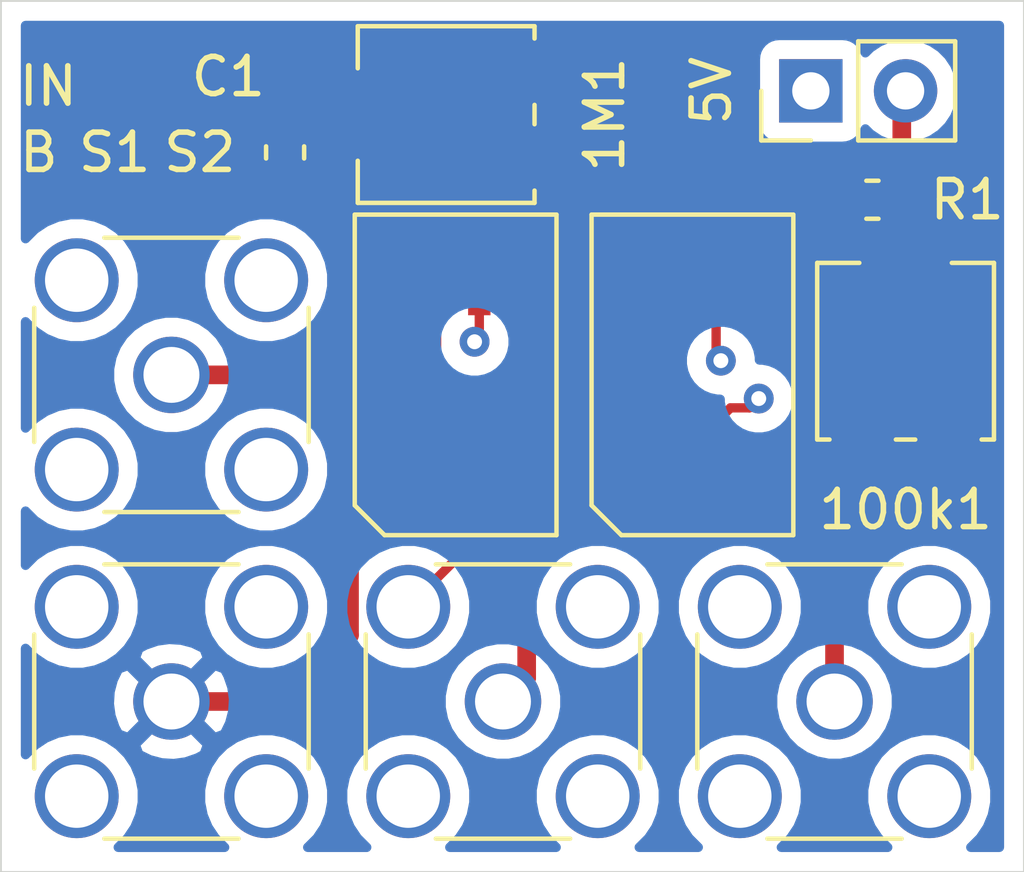
<source format=kicad_pcb>
(kicad_pcb (version 20171130) (host pcbnew "(5.1.6)-1")

  (general
    (thickness 1.6)
    (drawings 9)
    (tracks 51)
    (zones 0)
    (modules 11)
    (nets 12)
  )

  (page A4)
  (layers
    (0 F.Cu signal)
    (1 10V power hide)
    (2 GND power hide)
    (31 B.Cu signal hide)
    (32 B.Adhes user)
    (33 F.Adhes user)
    (34 B.Paste user)
    (35 F.Paste user)
    (36 B.SilkS user)
    (37 F.SilkS user)
    (38 B.Mask user)
    (39 F.Mask user)
    (40 Dwgs.User user)
    (41 Cmts.User user)
    (42 Eco1.User user)
    (43 Eco2.User user)
    (44 Edge.Cuts user)
    (45 Margin user)
    (46 B.CrtYd user hide)
    (47 F.CrtYd user)
    (48 B.Fab user)
    (49 F.Fab user hide)
  )

  (setup
    (last_trace_width 0.25)
    (user_trace_width 0.5)
    (trace_clearance 0.2)
    (zone_clearance 0.508)
    (zone_45_only no)
    (trace_min 0.2)
    (via_size 0.8)
    (via_drill 0.4)
    (via_min_size 0.4)
    (via_min_drill 0.3)
    (uvia_size 0.3)
    (uvia_drill 0.1)
    (uvias_allowed no)
    (uvia_min_size 0.2)
    (uvia_min_drill 0.1)
    (edge_width 0.05)
    (segment_width 0.2)
    (pcb_text_width 0.3)
    (pcb_text_size 1.5 1.5)
    (mod_edge_width 0.12)
    (mod_text_size 1 1)
    (mod_text_width 0.15)
    (pad_size 1.524 1.524)
    (pad_drill 0.762)
    (pad_to_mask_clearance 0.05)
    (aux_axis_origin 0 0)
    (visible_elements 7FFFFFFF)
    (pcbplotparams
      (layerselection 0x010fc_ffffffff)
      (usegerberextensions false)
      (usegerberattributes true)
      (usegerberadvancedattributes true)
      (creategerberjobfile true)
      (excludeedgelayer true)
      (linewidth 0.100000)
      (plotframeref false)
      (viasonmask false)
      (mode 1)
      (useauxorigin false)
      (hpglpennumber 1)
      (hpglpenspeed 20)
      (hpglpendiameter 15.000000)
      (psnegative false)
      (psa4output false)
      (plotreference true)
      (plotvalue true)
      (plotinvisibletext false)
      (padsonsilk false)
      (subtractmaskfromsilk false)
      (outputformat 1)
      (mirror false)
      (drillshape 0)
      (scaleselection 1)
      (outputdirectory "gerbs/"))
  )

  (net 0 "")
  (net 1 "Net-(100k1-Pad3)")
  (net 2 "Net-(100k1-Pad2)")
  (net 3 "Net-(100k1-Pad1)")
  (net 4 "Net-(1M1-Pad3)")
  (net 5 "Net-(1M1-Pad2)")
  (net 6 GND)
  (net 7 +10V)
  (net 8 "Net-(J3-Pad1)")
  (net 9 "Net-(U2-Pad2)")
  (net 10 "Net-(U2-Pad7)")
  (net 11 "Net-(1M1-Pad1)")

  (net_class Default "This is the default net class."
    (clearance 0.2)
    (trace_width 0.25)
    (via_dia 0.8)
    (via_drill 0.4)
    (uvia_dia 0.3)
    (uvia_drill 0.1)
    (add_net +10V)
    (add_net GND)
    (add_net "Net-(100k1-Pad1)")
    (add_net "Net-(100k1-Pad2)")
    (add_net "Net-(100k1-Pad3)")
    (add_net "Net-(1M1-Pad1)")
    (add_net "Net-(1M1-Pad2)")
    (add_net "Net-(1M1-Pad3)")
    (add_net "Net-(J3-Pad1)")
    (add_net "Net-(U2-Pad2)")
    (add_net "Net-(U2-Pad7)")
  )

  (module Resistor_SMD:R_0603_1608Metric (layer F.Cu) (tedit 5B301BBD) (tstamp 5F5570BF)
    (at 94.996 114.046 180)
    (descr "Resistor SMD 0603 (1608 Metric), square (rectangular) end terminal, IPC_7351 nominal, (Body size source: http://www.tortai-tech.com/upload/download/2011102023233369053.pdf), generated with kicad-footprint-generator")
    (tags resistor)
    (path /5F5BBCDE)
    (attr smd)
    (fp_text reference R1 (at -2.54 0) (layer F.SilkS)
      (effects (font (size 1 1) (thickness 0.15)))
    )
    (fp_text value 1k (at 0 1.43) (layer F.Fab)
      (effects (font (size 1 1) (thickness 0.15)))
    )
    (fp_line (start 1.48 0.73) (end -1.48 0.73) (layer F.CrtYd) (width 0.05))
    (fp_line (start 1.48 -0.73) (end 1.48 0.73) (layer F.CrtYd) (width 0.05))
    (fp_line (start -1.48 -0.73) (end 1.48 -0.73) (layer F.CrtYd) (width 0.05))
    (fp_line (start -1.48 0.73) (end -1.48 -0.73) (layer F.CrtYd) (width 0.05))
    (fp_line (start -0.162779 0.51) (end 0.162779 0.51) (layer F.SilkS) (width 0.12))
    (fp_line (start -0.162779 -0.51) (end 0.162779 -0.51) (layer F.SilkS) (width 0.12))
    (fp_line (start 0.8 0.4) (end -0.8 0.4) (layer F.Fab) (width 0.1))
    (fp_line (start 0.8 -0.4) (end 0.8 0.4) (layer F.Fab) (width 0.1))
    (fp_line (start -0.8 -0.4) (end 0.8 -0.4) (layer F.Fab) (width 0.1))
    (fp_line (start -0.8 0.4) (end -0.8 -0.4) (layer F.Fab) (width 0.1))
    (fp_text user %R (at 0 0) (layer F.Fab)
      (effects (font (size 0.4 0.4) (thickness 0.06)))
    )
    (pad 2 smd roundrect (at 0.7875 0 180) (size 0.875 0.95) (layers F.Cu F.Paste F.Mask) (roundrect_rratio 0.25)
      (net 2 "Net-(100k1-Pad2)"))
    (pad 1 smd roundrect (at -0.7875 0 180) (size 0.875 0.95) (layers F.Cu F.Paste F.Mask) (roundrect_rratio 0.25)
      (net 6 GND))
    (model ${KISYS3DMOD}/Resistor_SMD.3dshapes/R_0603_1608Metric.wrl
      (at (xyz 0 0 0))
      (scale (xyz 1 1 1))
      (rotate (xyz 0 0 0))
    )
  )

  (module Capacitor_SMD:C_0603_1608Metric (layer F.Cu) (tedit 5B301BBE) (tstamp 5F557038)
    (at 79.248 112.776 90)
    (descr "Capacitor SMD 0603 (1608 Metric), square (rectangular) end terminal, IPC_7351 nominal, (Body size source: http://www.tortai-tech.com/upload/download/2011102023233369053.pdf), generated with kicad-footprint-generator")
    (tags capacitor)
    (path /5F5C8257)
    (attr smd)
    (fp_text reference C1 (at 2.032 -1.524 180) (layer F.SilkS)
      (effects (font (size 1 1) (thickness 0.15)))
    )
    (fp_text value 10pF (at 0 1.43 90) (layer F.Fab)
      (effects (font (size 1 1) (thickness 0.15)))
    )
    (fp_line (start 1.48 0.73) (end -1.48 0.73) (layer F.CrtYd) (width 0.05))
    (fp_line (start 1.48 -0.73) (end 1.48 0.73) (layer F.CrtYd) (width 0.05))
    (fp_line (start -1.48 -0.73) (end 1.48 -0.73) (layer F.CrtYd) (width 0.05))
    (fp_line (start -1.48 0.73) (end -1.48 -0.73) (layer F.CrtYd) (width 0.05))
    (fp_line (start -0.162779 0.51) (end 0.162779 0.51) (layer F.SilkS) (width 0.12))
    (fp_line (start -0.162779 -0.51) (end 0.162779 -0.51) (layer F.SilkS) (width 0.12))
    (fp_line (start 0.8 0.4) (end -0.8 0.4) (layer F.Fab) (width 0.1))
    (fp_line (start 0.8 -0.4) (end 0.8 0.4) (layer F.Fab) (width 0.1))
    (fp_line (start -0.8 -0.4) (end 0.8 -0.4) (layer F.Fab) (width 0.1))
    (fp_line (start -0.8 0.4) (end -0.8 -0.4) (layer F.Fab) (width 0.1))
    (fp_text user %R (at 0 0 90) (layer F.Fab)
      (effects (font (size 0.4 0.4) (thickness 0.06)))
    )
    (pad 2 smd roundrect (at 0.7875 0 90) (size 0.875 0.95) (layers F.Cu F.Paste F.Mask) (roundrect_rratio 0.25)
      (net 11 "Net-(1M1-Pad1)"))
    (pad 1 smd roundrect (at -0.7875 0 90) (size 0.875 0.95) (layers F.Cu F.Paste F.Mask) (roundrect_rratio 0.25)
      (net 5 "Net-(1M1-Pad2)"))
    (model ${KISYS3DMOD}/Capacitor_SMD.3dshapes/C_0603_1608Metric.wrl
      (at (xyz 0 0 0))
      (scale (xyz 1 1 1))
      (rotate (xyz 0 0 0))
    )
  )

  (module Connector_Coaxial:SMA_Amphenol_132134_Vertical (layer F.Cu) (tedit 5B2F4DB6) (tstamp 5F558B0C)
    (at 85.09 127.508)
    (descr https://www.amphenolrf.com/downloads/dl/file/id/2187/product/2843/132134_customer_drawing.pdf)
    (tags "SMA THT Female Jack Vertical ExtendedLegs")
    (path /5F5DF70A)
    (fp_text reference J5 (at -15.494 -10.16) (layer B.CrtYd)
      (effects (font (size 1 1) (thickness 0.15)))
    )
    (fp_text value Conn_Coaxial (at 0 5) (layer F.Fab)
      (effects (font (size 1 1) (thickness 0.15)))
    )
    (fp_line (start -1.8 -3.68) (end 1.8 -3.68) (layer F.SilkS) (width 0.12))
    (fp_line (start -1.8 3.68) (end 1.8 3.68) (layer F.SilkS) (width 0.12))
    (fp_line (start 3.68 -1.8) (end 3.68 1.8) (layer F.SilkS) (width 0.12))
    (fp_line (start -3.68 -1.8) (end -3.68 1.8) (layer F.SilkS) (width 0.12))
    (fp_line (start 3.5 -3.5) (end 3.5 3.5) (layer F.Fab) (width 0.1))
    (fp_line (start -3.5 3.5) (end 3.5 3.5) (layer F.Fab) (width 0.1))
    (fp_line (start -3.5 -3.5) (end -3.5 3.5) (layer F.Fab) (width 0.1))
    (fp_line (start -3.5 -3.5) (end 3.5 -3.5) (layer F.Fab) (width 0.1))
    (fp_line (start -4.17 -4.17) (end 4.17 -4.17) (layer F.CrtYd) (width 0.05))
    (fp_line (start -4.17 -4.17) (end -4.17 4.17) (layer F.CrtYd) (width 0.05))
    (fp_line (start 4.17 4.17) (end 4.17 -4.17) (layer F.CrtYd) (width 0.05))
    (fp_line (start 4.17 4.17) (end -4.17 4.17) (layer F.CrtYd) (width 0.05))
    (fp_circle (center 0 0) (end 3.175 0) (layer F.Fab) (width 0.1))
    (fp_text user %R (at 0 0) (layer F.Fab)
      (effects (font (size 1 1) (thickness 0.15)))
    )
    (pad 2 thru_hole circle (at -2.54 2.54) (size 2.25 2.25) (drill 1.7) (layers *.Cu *.Mask)
      (net 6 GND))
    (pad 2 thru_hole circle (at -2.54 -2.54) (size 2.25 2.25) (drill 1.7) (layers *.Cu *.Mask)
      (net 6 GND))
    (pad 2 thru_hole circle (at 2.54 -2.54) (size 2.25 2.25) (drill 1.7) (layers *.Cu *.Mask)
      (net 6 GND))
    (pad 2 thru_hole circle (at 2.54 2.54) (size 2.25 2.25) (drill 1.7) (layers *.Cu *.Mask)
      (net 6 GND))
    (pad 1 thru_hole circle (at 0 0) (size 2.05 2.05) (drill 1.5) (layers *.Cu *.Mask)
      (net 11 "Net-(1M1-Pad1)"))
    (model ${KISYS3DMOD}/Connector_Coaxial.3dshapes/SMA_Amphenol_132134_Vertical.wrl
      (at (xyz 0 0 0))
      (scale (xyz 1 1 1))
      (rotate (xyz 0 0 0))
    )
  )

  (module Connector_PinHeader_2.54mm:PinHeader_1x02_P2.54mm_Vertical (layer F.Cu) (tedit 59FED5CC) (tstamp 5F557082)
    (at 93.345 111.125 90)
    (descr "Through hole straight pin header, 1x02, 2.54mm pitch, single row")
    (tags "Through hole pin header THT 1x02 2.54mm single row")
    (path /5F5B51F6)
    (fp_text reference J2 (at 0 -2.33 90) (layer F.Fab)
      (effects (font (size 1 1) (thickness 0.15)))
    )
    (fp_text value Conn_01x02_Male (at 0 4.87 90) (layer F.Fab)
      (effects (font (size 1 1) (thickness 0.15)))
    )
    (fp_line (start 1.8 -1.8) (end -1.8 -1.8) (layer F.CrtYd) (width 0.05))
    (fp_line (start 1.8 4.35) (end 1.8 -1.8) (layer F.CrtYd) (width 0.05))
    (fp_line (start -1.8 4.35) (end 1.8 4.35) (layer F.CrtYd) (width 0.05))
    (fp_line (start -1.8 -1.8) (end -1.8 4.35) (layer F.CrtYd) (width 0.05))
    (fp_line (start -1.33 -1.33) (end 0 -1.33) (layer F.SilkS) (width 0.12))
    (fp_line (start -1.33 0) (end -1.33 -1.33) (layer F.SilkS) (width 0.12))
    (fp_line (start -1.33 1.27) (end 1.33 1.27) (layer F.SilkS) (width 0.12))
    (fp_line (start 1.33 1.27) (end 1.33 3.87) (layer F.SilkS) (width 0.12))
    (fp_line (start -1.33 1.27) (end -1.33 3.87) (layer F.SilkS) (width 0.12))
    (fp_line (start -1.33 3.87) (end 1.33 3.87) (layer F.SilkS) (width 0.12))
    (fp_line (start -1.27 -0.635) (end -0.635 -1.27) (layer F.Fab) (width 0.1))
    (fp_line (start -1.27 3.81) (end -1.27 -0.635) (layer F.Fab) (width 0.1))
    (fp_line (start 1.27 3.81) (end -1.27 3.81) (layer F.Fab) (width 0.1))
    (fp_line (start 1.27 -1.27) (end 1.27 3.81) (layer F.Fab) (width 0.1))
    (fp_line (start -0.635 -1.27) (end 1.27 -1.27) (layer F.Fab) (width 0.1))
    (fp_text user %R (at 0 1.27) (layer F.Fab)
      (effects (font (size 1 1) (thickness 0.15)))
    )
    (pad 2 thru_hole oval (at 0 2.54 90) (size 1.7 1.7) (drill 1) (layers *.Cu *.Mask)
      (net 6 GND))
    (pad 1 thru_hole rect (at 0 0 90) (size 1.7 1.7) (drill 1) (layers *.Cu *.Mask)
      (net 7 +10V))
    (model ${KISYS3DMOD}/Connector_PinHeader_2.54mm.3dshapes/PinHeader_1x02_P2.54mm_Vertical.wrl
      (at (xyz 0 0 0))
      (scale (xyz 1 1 1))
      (rotate (xyz 0 0 0))
    )
  )

  (module amps:lmp7721 (layer F.Cu) (tedit 5F556C28) (tstamp 5F5570E9)
    (at 90.17 118.745)
    (path /5F5B7703)
    (attr smd)
    (fp_text reference U2 (at 1.778 -4.953 180) (layer F.Fab)
      (effects (font (size 1 1) (thickness 0.15)))
    )
    (fp_text value lmp7721 (at -0.03 5.57) (layer F.Fab)
      (effects (font (size 1 1) (thickness 0.15)))
    )
    (fp_line (start -2.46 4.05) (end -2.46 -4.05) (layer F.CrtYd) (width 0.05))
    (fp_line (start 2.46 4.05) (end -2.46 4.05) (layer F.CrtYd) (width 0.05))
    (fp_line (start 2.46 -4.05) (end 2.46 4.05) (layer F.CrtYd) (width 0.05))
    (fp_line (start -2.46 -4.05) (end 2.46 -4.05) (layer F.CrtYd) (width 0.05))
    (fp_line (start 2.705 4.3) (end -1.905 4.3) (layer F.SilkS) (width 0.12))
    (fp_line (start 2.705 -4.3) (end 2.705 4.3) (layer F.SilkS) (width 0.12))
    (fp_line (start -2.705 -4.3) (end 2.705 -4.3) (layer F.SilkS) (width 0.12))
    (fp_line (start -2.705 3.5) (end -2.705 -4.3) (layer F.SilkS) (width 0.12))
    (fp_line (start -1.905 4.3) (end -2.705 3.5) (layer F.SilkS) (width 0.12))
    (pad 4 smd rect (at 1.905 2.7) (size 0.6 2.2) (layers F.Cu F.Paste F.Mask)
      (net 3 "Net-(100k1-Pad1)"))
    (pad 5 smd rect (at 1.905 -2.7) (size 0.6 2.2) (layers F.Cu F.Paste F.Mask))
    (pad 3 smd rect (at 0.635 2.7) (size 0.6 2.2) (layers F.Cu F.Paste F.Mask)
      (net 6 GND))
    (pad 6 smd rect (at 0.635 -2.7) (size 0.6 2.2) (layers F.Cu F.Paste F.Mask)
      (net 7 +10V))
    (pad 2 smd rect (at -0.635 2.7) (size 0.6 2.2) (layers F.Cu F.Paste F.Mask)
      (net 9 "Net-(U2-Pad2)"))
    (pad 7 smd rect (at -0.635 -2.7) (size 0.6 2.2) (layers F.Cu F.Paste F.Mask)
      (net 10 "Net-(U2-Pad7)"))
    (pad 1 smd rect (at -1.905 2.7) (size 0.6 2.2) (layers F.Cu F.Paste F.Mask)
      (net 11 "Net-(1M1-Pad1)"))
    (pad 8 smd rect (at -1.905 -2.7) (size 0.6 2.2) (layers F.Cu F.Paste F.Mask)
      (net 2 "Net-(100k1-Pad2)"))
  )

  (module amps:lmp7721 (layer F.Cu) (tedit 5F556C28) (tstamp 5F5570D4)
    (at 83.82 118.745)
    (path /5F5AC319)
    (attr smd)
    (fp_text reference U1 (at -3.556 -5.08 180) (layer F.Fab)
      (effects (font (size 1 1) (thickness 0.15)))
    )
    (fp_text value lmp7721 (at -0.03 5.57) (layer F.Fab)
      (effects (font (size 1 1) (thickness 0.15)))
    )
    (fp_line (start -2.46 4.05) (end -2.46 -4.05) (layer F.CrtYd) (width 0.05))
    (fp_line (start 2.46 4.05) (end -2.46 4.05) (layer F.CrtYd) (width 0.05))
    (fp_line (start 2.46 -4.05) (end 2.46 4.05) (layer F.CrtYd) (width 0.05))
    (fp_line (start -2.46 -4.05) (end 2.46 -4.05) (layer F.CrtYd) (width 0.05))
    (fp_line (start 2.705 4.3) (end -1.905 4.3) (layer F.SilkS) (width 0.12))
    (fp_line (start 2.705 -4.3) (end 2.705 4.3) (layer F.SilkS) (width 0.12))
    (fp_line (start -2.705 -4.3) (end 2.705 -4.3) (layer F.SilkS) (width 0.12))
    (fp_line (start -2.705 3.5) (end -2.705 -4.3) (layer F.SilkS) (width 0.12))
    (fp_line (start -1.905 4.3) (end -2.705 3.5) (layer F.SilkS) (width 0.12))
    (pad 4 smd rect (at 1.905 2.7) (size 0.6 2.2) (layers F.Cu F.Paste F.Mask)
      (net 11 "Net-(1M1-Pad1)"))
    (pad 5 smd rect (at 1.905 -2.7) (size 0.6 2.2) (layers F.Cu F.Paste F.Mask))
    (pad 3 smd rect (at 0.635 2.7) (size 0.6 2.2) (layers F.Cu F.Paste F.Mask)
      (net 6 GND))
    (pad 6 smd rect (at 0.635 -2.7) (size 0.6 2.2) (layers F.Cu F.Paste F.Mask)
      (net 7 +10V))
    (pad 2 smd rect (at -0.635 2.7) (size 0.6 2.2) (layers F.Cu F.Paste F.Mask)
      (net 8 "Net-(J3-Pad1)"))
    (pad 7 smd rect (at -0.635 -2.7) (size 0.6 2.2) (layers F.Cu F.Paste F.Mask)
      (net 8 "Net-(J3-Pad1)"))
    (pad 1 smd rect (at -1.905 2.7) (size 0.6 2.2) (layers F.Cu F.Paste F.Mask)
      (net 8 "Net-(J3-Pad1)"))
    (pad 8 smd rect (at -1.905 -2.7) (size 0.6 2.2) (layers F.Cu F.Paste F.Mask)
      (net 5 "Net-(1M1-Pad2)"))
  )

  (module Connector_Coaxial:SMA_Amphenol_132134_Vertical (layer F.Cu) (tedit 5B2F4DB6) (tstamp 5F5570B0)
    (at 93.98 127.508)
    (descr https://www.amphenolrf.com/downloads/dl/file/id/2187/product/2843/132134_customer_drawing.pdf)
    (tags "SMA THT Female Jack Vertical ExtendedLegs")
    (path /5F5C17D1)
    (fp_text reference J4 (at 5.715 -3.175) (layer F.Fab)
      (effects (font (size 1 1) (thickness 0.15)))
    )
    (fp_text value Conn_Coaxial (at 0 5) (layer F.Fab)
      (effects (font (size 1 1) (thickness 0.15)))
    )
    (fp_line (start -1.8 -3.68) (end 1.8 -3.68) (layer F.SilkS) (width 0.12))
    (fp_line (start -1.8 3.68) (end 1.8 3.68) (layer F.SilkS) (width 0.12))
    (fp_line (start 3.68 -1.8) (end 3.68 1.8) (layer F.SilkS) (width 0.12))
    (fp_line (start -3.68 -1.8) (end -3.68 1.8) (layer F.SilkS) (width 0.12))
    (fp_line (start 3.5 -3.5) (end 3.5 3.5) (layer F.Fab) (width 0.1))
    (fp_line (start -3.5 3.5) (end 3.5 3.5) (layer F.Fab) (width 0.1))
    (fp_line (start -3.5 -3.5) (end -3.5 3.5) (layer F.Fab) (width 0.1))
    (fp_line (start -3.5 -3.5) (end 3.5 -3.5) (layer F.Fab) (width 0.1))
    (fp_line (start -4.17 -4.17) (end 4.17 -4.17) (layer F.CrtYd) (width 0.05))
    (fp_line (start -4.17 -4.17) (end -4.17 4.17) (layer F.CrtYd) (width 0.05))
    (fp_line (start 4.17 4.17) (end 4.17 -4.17) (layer F.CrtYd) (width 0.05))
    (fp_line (start 4.17 4.17) (end -4.17 4.17) (layer F.CrtYd) (width 0.05))
    (fp_circle (center 0 0) (end 3.175 0) (layer F.Fab) (width 0.1))
    (fp_text user %R (at 0 0) (layer F.Fab)
      (effects (font (size 1 1) (thickness 0.15)))
    )
    (pad 2 thru_hole circle (at -2.54 2.54) (size 2.25 2.25) (drill 1.7) (layers *.Cu *.Mask)
      (net 6 GND))
    (pad 2 thru_hole circle (at -2.54 -2.54) (size 2.25 2.25) (drill 1.7) (layers *.Cu *.Mask)
      (net 6 GND))
    (pad 2 thru_hole circle (at 2.54 -2.54) (size 2.25 2.25) (drill 1.7) (layers *.Cu *.Mask)
      (net 6 GND))
    (pad 2 thru_hole circle (at 2.54 2.54) (size 2.25 2.25) (drill 1.7) (layers *.Cu *.Mask)
      (net 6 GND))
    (pad 1 thru_hole circle (at 0 0) (size 2.05 2.05) (drill 1.5) (layers *.Cu *.Mask)
      (net 3 "Net-(100k1-Pad1)"))
    (model ${KISYS3DMOD}/Connector_Coaxial.3dshapes/SMA_Amphenol_132134_Vertical.wrl
      (at (xyz 0 0 0))
      (scale (xyz 1 1 1))
      (rotate (xyz 0 0 0))
    )
  )

  (module Connector_Coaxial:SMA_Amphenol_132134_Vertical (layer F.Cu) (tedit 5B2F4DB6) (tstamp 5F557099)
    (at 76.2 127.508)
    (descr https://www.amphenolrf.com/downloads/dl/file/id/2187/product/2843/132134_customer_drawing.pdf)
    (tags "SMA THT Female Jack Vertical ExtendedLegs")
    (path /5F5CBB38)
    (fp_text reference J3 (at -5.08 -3.175) (layer B.CrtYd)
      (effects (font (size 1 1) (thickness 0.15)))
    )
    (fp_text value Conn_Coaxial (at 0 5) (layer F.Fab)
      (effects (font (size 1 1) (thickness 0.15)))
    )
    (fp_line (start -1.8 -3.68) (end 1.8 -3.68) (layer F.SilkS) (width 0.12))
    (fp_line (start -1.8 3.68) (end 1.8 3.68) (layer F.SilkS) (width 0.12))
    (fp_line (start 3.68 -1.8) (end 3.68 1.8) (layer F.SilkS) (width 0.12))
    (fp_line (start -3.68 -1.8) (end -3.68 1.8) (layer F.SilkS) (width 0.12))
    (fp_line (start 3.5 -3.5) (end 3.5 3.5) (layer F.Fab) (width 0.1))
    (fp_line (start -3.5 3.5) (end 3.5 3.5) (layer F.Fab) (width 0.1))
    (fp_line (start -3.5 -3.5) (end -3.5 3.5) (layer F.Fab) (width 0.1))
    (fp_line (start -3.5 -3.5) (end 3.5 -3.5) (layer F.Fab) (width 0.1))
    (fp_line (start -4.17 -4.17) (end 4.17 -4.17) (layer F.CrtYd) (width 0.05))
    (fp_line (start -4.17 -4.17) (end -4.17 4.17) (layer F.CrtYd) (width 0.05))
    (fp_line (start 4.17 4.17) (end 4.17 -4.17) (layer F.CrtYd) (width 0.05))
    (fp_line (start 4.17 4.17) (end -4.17 4.17) (layer F.CrtYd) (width 0.05))
    (fp_circle (center 0 0) (end 3.175 0) (layer F.Fab) (width 0.1))
    (fp_text user %R (at 0 0) (layer F.Fab)
      (effects (font (size 1 1) (thickness 0.15)))
    )
    (pad 2 thru_hole circle (at -2.54 2.54) (size 2.25 2.25) (drill 1.7) (layers *.Cu *.Mask)
      (net 6 GND))
    (pad 2 thru_hole circle (at -2.54 -2.54) (size 2.25 2.25) (drill 1.7) (layers *.Cu *.Mask)
      (net 6 GND))
    (pad 2 thru_hole circle (at 2.54 -2.54) (size 2.25 2.25) (drill 1.7) (layers *.Cu *.Mask)
      (net 6 GND))
    (pad 2 thru_hole circle (at 2.54 2.54) (size 2.25 2.25) (drill 1.7) (layers *.Cu *.Mask)
      (net 6 GND))
    (pad 1 thru_hole circle (at 0 0) (size 2.05 2.05) (drill 1.5) (layers *.Cu *.Mask)
      (net 8 "Net-(J3-Pad1)"))
    (model ${KISYS3DMOD}/Connector_Coaxial.3dshapes/SMA_Amphenol_132134_Vertical.wrl
      (at (xyz 0 0 0))
      (scale (xyz 1 1 1))
      (rotate (xyz 0 0 0))
    )
  )

  (module Connector_Coaxial:SMA_Amphenol_132134_Vertical (layer F.Cu) (tedit 5B2F4DB6) (tstamp 5F55704F)
    (at 76.2 118.745)
    (descr https://www.amphenolrf.com/downloads/dl/file/id/2187/product/2843/132134_customer_drawing.pdf)
    (tags "SMA THT Female Jack Vertical ExtendedLegs")
    (path /5F5C25E0)
    (fp_text reference J1 (at 0 -4.75) (layer F.Fab)
      (effects (font (size 1 1) (thickness 0.15)))
    )
    (fp_text value Conn_Coaxial (at 0 5) (layer F.Fab)
      (effects (font (size 1 1) (thickness 0.15)))
    )
    (fp_line (start -1.8 -3.68) (end 1.8 -3.68) (layer F.SilkS) (width 0.12))
    (fp_line (start -1.8 3.68) (end 1.8 3.68) (layer F.SilkS) (width 0.12))
    (fp_line (start 3.68 -1.8) (end 3.68 1.8) (layer F.SilkS) (width 0.12))
    (fp_line (start -3.68 -1.8) (end -3.68 1.8) (layer F.SilkS) (width 0.12))
    (fp_line (start 3.5 -3.5) (end 3.5 3.5) (layer F.Fab) (width 0.1))
    (fp_line (start -3.5 3.5) (end 3.5 3.5) (layer F.Fab) (width 0.1))
    (fp_line (start -3.5 -3.5) (end -3.5 3.5) (layer F.Fab) (width 0.1))
    (fp_line (start -3.5 -3.5) (end 3.5 -3.5) (layer F.Fab) (width 0.1))
    (fp_line (start -4.17 -4.17) (end 4.17 -4.17) (layer F.CrtYd) (width 0.05))
    (fp_line (start -4.17 -4.17) (end -4.17 4.17) (layer F.CrtYd) (width 0.05))
    (fp_line (start 4.17 4.17) (end 4.17 -4.17) (layer F.CrtYd) (width 0.05))
    (fp_line (start 4.17 4.17) (end -4.17 4.17) (layer F.CrtYd) (width 0.05))
    (fp_circle (center 0 0) (end 3.175 0) (layer F.Fab) (width 0.1))
    (fp_text user %R (at 0 0) (layer F.Fab)
      (effects (font (size 1 1) (thickness 0.15)))
    )
    (pad 2 thru_hole circle (at -2.54 2.54) (size 2.25 2.25) (drill 1.7) (layers *.Cu *.Mask)
      (net 6 GND))
    (pad 2 thru_hole circle (at -2.54 -2.54) (size 2.25 2.25) (drill 1.7) (layers *.Cu *.Mask)
      (net 6 GND))
    (pad 2 thru_hole circle (at 2.54 -2.54) (size 2.25 2.25) (drill 1.7) (layers *.Cu *.Mask)
      (net 6 GND))
    (pad 2 thru_hole circle (at 2.54 2.54) (size 2.25 2.25) (drill 1.7) (layers *.Cu *.Mask)
      (net 6 GND))
    (pad 1 thru_hole circle (at 0 0) (size 2.05 2.05) (drill 1.5) (layers *.Cu *.Mask)
      (net 5 "Net-(1M1-Pad2)"))
    (model ${KISYS3DMOD}/Connector_Coaxial.3dshapes/SMA_Amphenol_132134_Vertical.wrl
      (at (xyz 0 0 0))
      (scale (xyz 1 1 1))
      (rotate (xyz 0 0 0))
    )
  )

  (module Potentiometer_SMD:Potentiometer_Bourns_3314J_Vertical (layer F.Cu) (tedit 5A81E1D7) (tstamp 5F557029)
    (at 83.566 111.76 270)
    (descr "Potentiometer, vertical, Bourns 3314J, http://www.bourns.com/docs/Product-Datasheets/3314.pdf")
    (tags "Potentiometer vertical Bourns 3314J")
    (path /5F5B1E6F)
    (attr smd)
    (fp_text reference 1M1 (at 0 -4.25 90) (layer F.SilkS)
      (effects (font (size 1 1) (thickness 0.15)))
    )
    (fp_text value R_POT (at 0 4.25 90) (layer F.Fab)
      (effects (font (size 1 1) (thickness 0.15)))
    )
    (fp_line (start 2.5 -3.25) (end -2.5 -3.25) (layer F.CrtYd) (width 0.05))
    (fp_line (start 2.5 3.25) (end 2.5 -3.25) (layer F.CrtYd) (width 0.05))
    (fp_line (start -2.5 3.25) (end 2.5 3.25) (layer F.CrtYd) (width 0.05))
    (fp_line (start -2.5 -3.25) (end -2.5 3.25) (layer F.CrtYd) (width 0.05))
    (fp_line (start 2.37 -2.37) (end 2.37 2.37) (layer F.SilkS) (width 0.12))
    (fp_line (start -2.37 -2.37) (end -2.37 2.37) (layer F.SilkS) (width 0.12))
    (fp_line (start 1.24 2.37) (end 2.37 2.37) (layer F.SilkS) (width 0.12))
    (fp_line (start -2.37 2.37) (end -1.24 2.37) (layer F.SilkS) (width 0.12))
    (fp_line (start -0.259 -2.37) (end 0.26 -2.37) (layer F.SilkS) (width 0.12))
    (fp_line (start -2.37 -2.37) (end -2.039 -2.37) (layer F.SilkS) (width 0.12))
    (fp_line (start 2.04 -2.37) (end 2.37 -2.37) (layer F.SilkS) (width 0.12))
    (fp_line (start 0 0.99) (end 0.001 -0.989) (layer F.Fab) (width 0.1))
    (fp_line (start 0 0.99) (end 0.001 -0.989) (layer F.Fab) (width 0.1))
    (fp_line (start 2.25 -2.25) (end -2.25 -2.25) (layer F.Fab) (width 0.1))
    (fp_line (start 2.25 2.25) (end 2.25 -2.25) (layer F.Fab) (width 0.1))
    (fp_line (start -2.25 2.25) (end 2.25 2.25) (layer F.Fab) (width 0.1))
    (fp_line (start -2.25 -2.25) (end -2.25 2.25) (layer F.Fab) (width 0.1))
    (fp_circle (center 0 0) (end 1 0) (layer F.Fab) (width 0.1))
    (fp_text user %R (at 0 -1.7 90) (layer F.Fab)
      (effects (font (size 0.63 0.63) (thickness 0.15)))
    )
    (pad 3 smd rect (at -1.15 -2 270) (size 1.3 2) (layers F.Cu F.Paste F.Mask)
      (net 4 "Net-(1M1-Pad3)"))
    (pad 2 smd rect (at 0 2 270) (size 2 2) (layers F.Cu F.Paste F.Mask)
      (net 5 "Net-(1M1-Pad2)"))
    (pad 1 smd rect (at 1.15 -2 270) (size 1.3 2) (layers F.Cu F.Paste F.Mask)
      (net 11 "Net-(1M1-Pad1)"))
    (model ${KISYS3DMOD}/Potentiometer_SMD.3dshapes/Potentiometer_Bourns_3314J_Vertical.wrl
      (at (xyz 0 0 0))
      (scale (xyz 1 1 1))
      (rotate (xyz 0 0 0))
    )
  )

  (module Potentiometer_SMD:Potentiometer_Bourns_3314J_Vertical (layer F.Cu) (tedit 5A81E1D7) (tstamp 5F55700F)
    (at 95.885 118.11 180)
    (descr "Potentiometer, vertical, Bourns 3314J, http://www.bourns.com/docs/Product-Datasheets/3314.pdf")
    (tags "Potentiometer vertical Bourns 3314J")
    (path /5F5BDBCC)
    (attr smd)
    (fp_text reference 100k1 (at 0 -4.25) (layer F.SilkS)
      (effects (font (size 1 1) (thickness 0.15)))
    )
    (fp_text value R_POT (at 0 4.25) (layer F.Fab)
      (effects (font (size 1 1) (thickness 0.15)))
    )
    (fp_line (start 2.5 -3.25) (end -2.5 -3.25) (layer F.CrtYd) (width 0.05))
    (fp_line (start 2.5 3.25) (end 2.5 -3.25) (layer F.CrtYd) (width 0.05))
    (fp_line (start -2.5 3.25) (end 2.5 3.25) (layer F.CrtYd) (width 0.05))
    (fp_line (start -2.5 -3.25) (end -2.5 3.25) (layer F.CrtYd) (width 0.05))
    (fp_line (start 2.37 -2.37) (end 2.37 2.37) (layer F.SilkS) (width 0.12))
    (fp_line (start -2.37 -2.37) (end -2.37 2.37) (layer F.SilkS) (width 0.12))
    (fp_line (start 1.24 2.37) (end 2.37 2.37) (layer F.SilkS) (width 0.12))
    (fp_line (start -2.37 2.37) (end -1.24 2.37) (layer F.SilkS) (width 0.12))
    (fp_line (start -0.259 -2.37) (end 0.26 -2.37) (layer F.SilkS) (width 0.12))
    (fp_line (start -2.37 -2.37) (end -2.039 -2.37) (layer F.SilkS) (width 0.12))
    (fp_line (start 2.04 -2.37) (end 2.37 -2.37) (layer F.SilkS) (width 0.12))
    (fp_line (start 0 0.99) (end 0.001 -0.989) (layer F.Fab) (width 0.1))
    (fp_line (start 0 0.99) (end 0.001 -0.989) (layer F.Fab) (width 0.1))
    (fp_line (start 2.25 -2.25) (end -2.25 -2.25) (layer F.Fab) (width 0.1))
    (fp_line (start 2.25 2.25) (end 2.25 -2.25) (layer F.Fab) (width 0.1))
    (fp_line (start -2.25 2.25) (end 2.25 2.25) (layer F.Fab) (width 0.1))
    (fp_line (start -2.25 -2.25) (end -2.25 2.25) (layer F.Fab) (width 0.1))
    (fp_circle (center 0 0) (end 1 0) (layer F.Fab) (width 0.1))
    (fp_text user %R (at 0 -1.7) (layer F.Fab)
      (effects (font (size 0.63 0.63) (thickness 0.15)))
    )
    (pad 3 smd rect (at -1.15 -2 180) (size 1.3 2) (layers F.Cu F.Paste F.Mask)
      (net 1 "Net-(100k1-Pad3)"))
    (pad 2 smd rect (at 0 2 180) (size 2 2) (layers F.Cu F.Paste F.Mask)
      (net 2 "Net-(100k1-Pad2)"))
    (pad 1 smd rect (at 1.15 -2 180) (size 1.3 2) (layers F.Cu F.Paste F.Mask)
      (net 3 "Net-(100k1-Pad1)"))
    (model ${KISYS3DMOD}/Potentiometer_SMD.3dshapes/Potentiometer_Bourns_3314J_Vertical.wrl
      (at (xyz 0 0 0))
      (scale (xyz 1 1 1))
      (rotate (xyz 0 0 0))
    )
  )

  (gr_line (start 99.06 132.08) (end 71.628 132.08) (layer Edge.Cuts) (width 0.05) (tstamp 5F558C60))
  (gr_line (start 99.06 108.712) (end 99.06 132.08) (layer Edge.Cuts) (width 0.05))
  (gr_line (start 71.628 108.712) (end 99.06 108.712) (layer Edge.Cuts) (width 0.05))
  (gr_line (start 71.628 132.08) (end 71.628 108.712) (layer Edge.Cuts) (width 0.05))
  (gr_text S2 (at 76.962 112.776) (layer F.SilkS)
    (effects (font (size 1 1) (thickness 0.15)))
  )
  (gr_text S1 (at 74.676 112.776) (layer F.SilkS)
    (effects (font (size 1 1) (thickness 0.15)))
  )
  (gr_text 5V (at 90.678 111.125 90) (layer F.SilkS)
    (effects (font (size 1 1) (thickness 0.15)))
  )
  (gr_text B (at 72.644 112.776) (layer F.SilkS)
    (effects (font (size 1 1) (thickness 0.15)))
  )
  (gr_text IN (at 72.898 110.998) (layer F.SilkS)
    (effects (font (size 1 1) (thickness 0.15)))
  )

  (segment (start 88.265 114.445) (end 88.664 114.046) (width 0.5) (layer F.Cu) (net 2))
  (segment (start 88.265 116.045) (end 88.265 114.445) (width 0.5) (layer F.Cu) (net 2))
  (segment (start 88.664 114.046) (end 94.2085 114.046) (width 0.5) (layer F.Cu) (net 2))
  (segment (start 94.2085 114.4335) (end 95.885 116.11) (width 0.5) (layer F.Cu) (net 2))
  (segment (start 94.2085 114.046) (end 94.2085 114.4335) (width 0.5) (layer F.Cu) (net 2))
  (segment (start 93.98 123.35) (end 93.98 127.508) (width 0.5) (layer F.Cu) (net 3))
  (segment (start 92.075 121.445) (end 93.98 123.35) (width 0.5) (layer F.Cu) (net 3))
  (segment (start 93.4 121.445) (end 94.735 120.11) (width 0.5) (layer F.Cu) (net 3))
  (segment (start 92.075 121.445) (end 93.4 121.445) (width 0.5) (layer F.Cu) (net 3))
  (segment (start 81.915 112.109) (end 81.566 111.76) (width 0.25) (layer F.Cu) (net 5))
  (segment (start 79.215 118.745) (end 81.915 116.045) (width 0.5) (layer F.Cu) (net 5))
  (segment (start 76.2 118.745) (end 79.215 118.745) (width 0.5) (layer F.Cu) (net 5))
  (segment (start 81.566 115.696) (end 81.915 116.045) (width 0.5) (layer F.Cu) (net 5))
  (segment (start 81.566 111.76) (end 81.566 115.696) (width 0.5) (layer F.Cu) (net 5))
  (segment (start 81.035 112.291) (end 81.566 111.76) (width 0.5) (layer F.Cu) (net 5))
  (segment (start 79.7625 113.5635) (end 81.566 111.76) (width 0.5) (layer F.Cu) (net 5))
  (segment (start 79.248 113.5635) (end 79.7625 113.5635) (width 0.5) (layer F.Cu) (net 5))
  (segment (start 90.805 124.333) (end 91.44 124.968) (width 0.25) (layer F.Cu) (net 6))
  (segment (start 84.455 123.063) (end 82.55 124.968) (width 0.25) (layer F.Cu) (net 6))
  (segment (start 84.455 121.445) (end 84.455 123.063) (width 0.25) (layer F.Cu) (net 6))
  (via (at 91.948 119.38) (size 0.8) (drill 0.4) (layers F.Cu B.Cu) (net 6))
  (segment (start 91.698653 119.629347) (end 91.948 119.38) (width 0.25) (layer F.Cu) (net 6))
  (segment (start 90.805 121.445) (end 90.805 120.015) (width 0.25) (layer F.Cu) (net 6))
  (segment (start 91.190653 119.629347) (end 91.698653 119.629347) (width 0.25) (layer F.Cu) (net 6))
  (segment (start 90.805 120.015) (end 91.190653 119.629347) (width 0.25) (layer F.Cu) (net 6))
  (segment (start 95.7835 111.2265) (end 95.885 111.125) (width 0.5) (layer F.Cu) (net 6))
  (segment (start 95.7835 114.046) (end 95.7835 111.2265) (width 0.5) (layer F.Cu) (net 6))
  (via (at 84.328 117.856) (size 0.8) (drill 0.4) (layers F.Cu B.Cu) (net 7))
  (segment (start 84.455 116.045) (end 84.455 117.729) (width 0.25) (layer F.Cu) (net 7))
  (segment (start 84.455 117.729) (end 84.328 117.856) (width 0.25) (layer F.Cu) (net 7))
  (segment (start 84.328 117.856) (end 85.852 116.332) (width 0.25) (layer 10V) (net 7))
  (via (at 90.932 118.364) (size 0.8) (drill 0.4) (layers F.Cu B.Cu) (net 7))
  (segment (start 90.805 116.045) (end 90.805 118.237) (width 0.25) (layer F.Cu) (net 7))
  (segment (start 90.805 118.237) (end 90.932 118.364) (width 0.25) (layer F.Cu) (net 7))
  (segment (start 80.974999 122.385001) (end 81.915 121.445) (width 0.5) (layer F.Cu) (net 8))
  (segment (start 79.191 127.508) (end 80.974999 125.724001) (width 0.5) (layer F.Cu) (net 8))
  (segment (start 80.974999 125.724001) (end 80.974999 122.385001) (width 0.5) (layer F.Cu) (net 8))
  (segment (start 76.2 127.508) (end 79.191 127.508) (width 0.5) (layer F.Cu) (net 8))
  (segment (start 81.915 121.445) (end 83.185 121.445) (width 0.5) (layer F.Cu) (net 8))
  (segment (start 83.185 121.445) (end 83.185 116.045) (width 0.5) (layer F.Cu) (net 8))
  (segment (start 86.475001 120.694999) (end 85.725 121.445) (width 0.5) (layer F.Cu) (net 11))
  (segment (start 86.475001 113.819001) (end 86.475001 120.694999) (width 0.5) (layer F.Cu) (net 11))
  (segment (start 85.566 112.91) (end 86.475001 113.819001) (width 0.5) (layer F.Cu) (net 11))
  (segment (start 87.514999 120.694999) (end 88.265 121.445) (width 0.5) (layer F.Cu) (net 11))
  (segment (start 86.475001 120.694999) (end 87.514999 120.694999) (width 0.5) (layer F.Cu) (net 11))
  (segment (start 85.725 126.873) (end 85.09 127.508) (width 0.5) (layer F.Cu) (net 11))
  (segment (start 85.725 121.445) (end 85.725 126.873) (width 0.5) (layer F.Cu) (net 11))
  (segment (start 82.965999 110.309999) (end 85.566 112.91) (width 0.5) (layer F.Cu) (net 11))
  (segment (start 79.809993 110.309999) (end 82.965999 110.309999) (width 0.5) (layer F.Cu) (net 11))
  (segment (start 79.248 110.871992) (end 79.809993 110.309999) (width 0.5) (layer F.Cu) (net 11))
  (segment (start 79.248 111.9885) (end 79.248 110.871992) (width 0.5) (layer F.Cu) (net 11))

  (zone (net 6) (net_name GND) (layer GND) (tstamp 5F559D79) (hatch edge 0.508)
    (connect_pads (clearance 0.508))
    (min_thickness 0.254)
    (fill yes (arc_segments 32) (thermal_gap 0.508) (thermal_bridge_width 0.508))
    (polygon
      (pts
        (xy 99.06 132.08) (xy 71.628 132.08) (xy 71.628 108.712) (xy 99.06 108.712)
      )
    )
    (filled_polygon
      (pts
        (xy 98.400001 131.42) (xy 97.505952 131.42) (xy 97.564926 131.272531) (xy 96.52 130.227605) (xy 95.475074 131.272531)
        (xy 95.534048 131.42) (xy 92.425952 131.42) (xy 92.484926 131.272531) (xy 91.44 130.227605) (xy 90.395074 131.272531)
        (xy 90.454048 131.42) (xy 88.615952 131.42) (xy 88.674926 131.272531) (xy 87.63 130.227605) (xy 86.585074 131.272531)
        (xy 86.644048 131.42) (xy 83.535952 131.42) (xy 83.594926 131.272531) (xy 82.55 130.227605) (xy 81.505074 131.272531)
        (xy 81.564048 131.42) (xy 79.725952 131.42) (xy 79.784926 131.272531) (xy 78.74 130.227605) (xy 77.695074 131.272531)
        (xy 77.754048 131.42) (xy 74.645952 131.42) (xy 74.704926 131.272531) (xy 73.66 130.227605) (xy 72.615074 131.272531)
        (xy 72.674048 131.42) (xy 72.288 131.42) (xy 72.288 131.033952) (xy 72.435469 131.092926) (xy 73.480395 130.048)
        (xy 73.839605 130.048) (xy 74.884531 131.092926) (xy 75.161714 130.982079) (xy 75.315089 130.67116) (xy 75.40486 130.336295)
        (xy 75.420004 130.10565) (xy 76.972424 130.10565) (xy 77.017634 130.44938) (xy 77.129034 130.777685) (xy 77.238286 130.982079)
        (xy 77.515469 131.092926) (xy 78.560395 130.048) (xy 78.919605 130.048) (xy 79.964531 131.092926) (xy 80.241714 130.982079)
        (xy 80.395089 130.67116) (xy 80.48486 130.336295) (xy 80.500004 130.10565) (xy 80.782424 130.10565) (xy 80.827634 130.44938)
        (xy 80.939034 130.777685) (xy 81.048286 130.982079) (xy 81.325469 131.092926) (xy 82.370395 130.048) (xy 82.729605 130.048)
        (xy 83.774531 131.092926) (xy 84.051714 130.982079) (xy 84.205089 130.67116) (xy 84.29486 130.336295) (xy 84.310004 130.10565)
        (xy 85.862424 130.10565) (xy 85.907634 130.44938) (xy 86.019034 130.777685) (xy 86.128286 130.982079) (xy 86.405469 131.092926)
        (xy 87.450395 130.048) (xy 87.809605 130.048) (xy 88.854531 131.092926) (xy 89.131714 130.982079) (xy 89.285089 130.67116)
        (xy 89.37486 130.336295) (xy 89.390004 130.10565) (xy 89.672424 130.10565) (xy 89.717634 130.44938) (xy 89.829034 130.777685)
        (xy 89.938286 130.982079) (xy 90.215469 131.092926) (xy 91.260395 130.048) (xy 91.619605 130.048) (xy 92.664531 131.092926)
        (xy 92.941714 130.982079) (xy 93.095089 130.67116) (xy 93.18486 130.336295) (xy 93.200004 130.10565) (xy 94.752424 130.10565)
        (xy 94.797634 130.44938) (xy 94.909034 130.777685) (xy 95.018286 130.982079) (xy 95.295469 131.092926) (xy 96.340395 130.048)
        (xy 96.699605 130.048) (xy 97.744531 131.092926) (xy 98.021714 130.982079) (xy 98.175089 130.67116) (xy 98.26486 130.336295)
        (xy 98.287576 129.99035) (xy 98.242366 129.64662) (xy 98.130966 129.318315) (xy 98.021714 129.113921) (xy 97.744531 129.003074)
        (xy 96.699605 130.048) (xy 96.340395 130.048) (xy 95.295469 129.003074) (xy 95.018286 129.113921) (xy 94.864911 129.42484)
        (xy 94.77514 129.759705) (xy 94.752424 130.10565) (xy 93.200004 130.10565) (xy 93.207576 129.99035) (xy 93.162366 129.64662)
        (xy 93.050966 129.318315) (xy 92.941714 129.113921) (xy 92.664531 129.003074) (xy 91.619605 130.048) (xy 91.260395 130.048)
        (xy 90.215469 129.003074) (xy 89.938286 129.113921) (xy 89.784911 129.42484) (xy 89.69514 129.759705) (xy 89.672424 130.10565)
        (xy 89.390004 130.10565) (xy 89.397576 129.99035) (xy 89.352366 129.64662) (xy 89.240966 129.318315) (xy 89.131714 129.113921)
        (xy 88.854531 129.003074) (xy 87.809605 130.048) (xy 87.450395 130.048) (xy 86.405469 129.003074) (xy 86.128286 129.113921)
        (xy 85.974911 129.42484) (xy 85.88514 129.759705) (xy 85.862424 130.10565) (xy 84.310004 130.10565) (xy 84.317576 129.99035)
        (xy 84.272366 129.64662) (xy 84.160966 129.318315) (xy 84.051714 129.113921) (xy 83.774531 129.003074) (xy 82.729605 130.048)
        (xy 82.370395 130.048) (xy 81.325469 129.003074) (xy 81.048286 129.113921) (xy 80.894911 129.42484) (xy 80.80514 129.759705)
        (xy 80.782424 130.10565) (xy 80.500004 130.10565) (xy 80.507576 129.99035) (xy 80.462366 129.64662) (xy 80.350966 129.318315)
        (xy 80.241714 129.113921) (xy 79.964531 129.003074) (xy 78.919605 130.048) (xy 78.560395 130.048) (xy 77.515469 129.003074)
        (xy 77.238286 129.113921) (xy 77.084911 129.42484) (xy 76.99514 129.759705) (xy 76.972424 130.10565) (xy 75.420004 130.10565)
        (xy 75.427576 129.99035) (xy 75.382366 129.64662) (xy 75.270966 129.318315) (xy 75.161714 129.113921) (xy 74.884531 129.003074)
        (xy 73.839605 130.048) (xy 73.480395 130.048) (xy 72.435469 129.003074) (xy 72.288 129.062048) (xy 72.288 128.823469)
        (xy 72.615074 128.823469) (xy 73.66 129.868395) (xy 74.704926 128.823469) (xy 74.594079 128.546286) (xy 74.28316 128.392911)
        (xy 73.948295 128.30314) (xy 73.60235 128.280424) (xy 73.25862 128.325634) (xy 72.930315 128.437034) (xy 72.725921 128.546286)
        (xy 72.615074 128.823469) (xy 72.288 128.823469) (xy 72.288 127.344504) (xy 74.54 127.344504) (xy 74.54 127.671496)
        (xy 74.603793 127.992204) (xy 74.728927 128.294305) (xy 74.910594 128.566188) (xy 75.141812 128.797406) (xy 75.413695 128.979073)
        (xy 75.715796 129.104207) (xy 76.036504 129.168) (xy 76.363496 129.168) (xy 76.684204 129.104207) (xy 76.986305 128.979073)
        (xy 77.219182 128.823469) (xy 77.695074 128.823469) (xy 78.74 129.868395) (xy 79.784926 128.823469) (xy 81.505074 128.823469)
        (xy 82.55 129.868395) (xy 83.594926 128.823469) (xy 83.484079 128.546286) (xy 83.17316 128.392911) (xy 82.838295 128.30314)
        (xy 82.49235 128.280424) (xy 82.14862 128.325634) (xy 81.820315 128.437034) (xy 81.615921 128.546286) (xy 81.505074 128.823469)
        (xy 79.784926 128.823469) (xy 79.674079 128.546286) (xy 79.36316 128.392911) (xy 79.028295 128.30314) (xy 78.68235 128.280424)
        (xy 78.33862 128.325634) (xy 78.010315 128.437034) (xy 77.805921 128.546286) (xy 77.695074 128.823469) (xy 77.219182 128.823469)
        (xy 77.258188 128.797406) (xy 77.489406 128.566188) (xy 77.671073 128.294305) (xy 77.796207 127.992204) (xy 77.86 127.671496)
        (xy 77.86 127.344504) (xy 83.43 127.344504) (xy 83.43 127.671496) (xy 83.493793 127.992204) (xy 83.618927 128.294305)
        (xy 83.800594 128.566188) (xy 84.031812 128.797406) (xy 84.303695 128.979073) (xy 84.605796 129.104207) (xy 84.926504 129.168)
        (xy 85.253496 129.168) (xy 85.574204 129.104207) (xy 85.876305 128.979073) (xy 86.109182 128.823469) (xy 86.585074 128.823469)
        (xy 87.63 129.868395) (xy 88.674926 128.823469) (xy 90.395074 128.823469) (xy 91.44 129.868395) (xy 92.484926 128.823469)
        (xy 92.374079 128.546286) (xy 92.06316 128.392911) (xy 91.728295 128.30314) (xy 91.38235 128.280424) (xy 91.03862 128.325634)
        (xy 90.710315 128.437034) (xy 90.505921 128.546286) (xy 90.395074 128.823469) (xy 88.674926 128.823469) (xy 88.564079 128.546286)
        (xy 88.25316 128.392911) (xy 87.918295 128.30314) (xy 87.57235 128.280424) (xy 87.22862 128.325634) (xy 86.900315 128.437034)
        (xy 86.695921 128.546286) (xy 86.585074 128.823469) (xy 86.109182 128.823469) (xy 86.148188 128.797406) (xy 86.379406 128.566188)
        (xy 86.561073 128.294305) (xy 86.686207 127.992204) (xy 86.75 127.671496) (xy 86.75 127.344504) (xy 92.32 127.344504)
        (xy 92.32 127.671496) (xy 92.383793 127.992204) (xy 92.508927 128.294305) (xy 92.690594 128.566188) (xy 92.921812 128.797406)
        (xy 93.193695 128.979073) (xy 93.495796 129.104207) (xy 93.816504 129.168) (xy 94.143496 129.168) (xy 94.464204 129.104207)
        (xy 94.766305 128.979073) (xy 94.999182 128.823469) (xy 95.475074 128.823469) (xy 96.52 129.868395) (xy 97.564926 128.823469)
        (xy 97.454079 128.546286) (xy 97.14316 128.392911) (xy 96.808295 128.30314) (xy 96.46235 128.280424) (xy 96.11862 128.325634)
        (xy 95.790315 128.437034) (xy 95.585921 128.546286) (xy 95.475074 128.823469) (xy 94.999182 128.823469) (xy 95.038188 128.797406)
        (xy 95.269406 128.566188) (xy 95.451073 128.294305) (xy 95.576207 127.992204) (xy 95.64 127.671496) (xy 95.64 127.344504)
        (xy 95.576207 127.023796) (xy 95.451073 126.721695) (xy 95.269406 126.449812) (xy 95.038188 126.218594) (xy 94.999183 126.192531)
        (xy 95.475074 126.192531) (xy 95.585921 126.469714) (xy 95.89684 126.623089) (xy 96.231705 126.71286) (xy 96.57765 126.735576)
        (xy 96.92138 126.690366) (xy 97.249685 126.578966) (xy 97.454079 126.469714) (xy 97.564926 126.192531) (xy 96.52 125.147605)
        (xy 95.475074 126.192531) (xy 94.999183 126.192531) (xy 94.766305 126.036927) (xy 94.464204 125.911793) (xy 94.143496 125.848)
        (xy 93.816504 125.848) (xy 93.495796 125.911793) (xy 93.193695 126.036927) (xy 92.921812 126.218594) (xy 92.690594 126.449812)
        (xy 92.508927 126.721695) (xy 92.383793 127.023796) (xy 92.32 127.344504) (xy 86.75 127.344504) (xy 86.686207 127.023796)
        (xy 86.561073 126.721695) (xy 86.379406 126.449812) (xy 86.148188 126.218594) (xy 86.109183 126.192531) (xy 86.585074 126.192531)
        (xy 86.695921 126.469714) (xy 87.00684 126.623089) (xy 87.341705 126.71286) (xy 87.68765 126.735576) (xy 88.03138 126.690366)
        (xy 88.359685 126.578966) (xy 88.564079 126.469714) (xy 88.674926 126.192531) (xy 90.395074 126.192531) (xy 90.505921 126.469714)
        (xy 90.81684 126.623089) (xy 91.151705 126.71286) (xy 91.49765 126.735576) (xy 91.84138 126.690366) (xy 92.169685 126.578966)
        (xy 92.374079 126.469714) (xy 92.484926 126.192531) (xy 91.44 125.147605) (xy 90.395074 126.192531) (xy 88.674926 126.192531)
        (xy 87.63 125.147605) (xy 86.585074 126.192531) (xy 86.109183 126.192531) (xy 85.876305 126.036927) (xy 85.574204 125.911793)
        (xy 85.253496 125.848) (xy 84.926504 125.848) (xy 84.605796 125.911793) (xy 84.303695 126.036927) (xy 84.031812 126.218594)
        (xy 83.800594 126.449812) (xy 83.618927 126.721695) (xy 83.493793 127.023796) (xy 83.43 127.344504) (xy 77.86 127.344504)
        (xy 77.796207 127.023796) (xy 77.671073 126.721695) (xy 77.489406 126.449812) (xy 77.258188 126.218594) (xy 77.219183 126.192531)
        (xy 77.695074 126.192531) (xy 77.805921 126.469714) (xy 78.11684 126.623089) (xy 78.451705 126.71286) (xy 78.79765 126.735576)
        (xy 79.14138 126.690366) (xy 79.469685 126.578966) (xy 79.674079 126.469714) (xy 79.784926 126.192531) (xy 81.505074 126.192531)
        (xy 81.615921 126.469714) (xy 81.92684 126.623089) (xy 82.261705 126.71286) (xy 82.60765 126.735576) (xy 82.95138 126.690366)
        (xy 83.279685 126.578966) (xy 83.484079 126.469714) (xy 83.594926 126.192531) (xy 82.55 125.147605) (xy 81.505074 126.192531)
        (xy 79.784926 126.192531) (xy 78.74 125.147605) (xy 77.695074 126.192531) (xy 77.219183 126.192531) (xy 76.986305 126.036927)
        (xy 76.684204 125.911793) (xy 76.363496 125.848) (xy 76.036504 125.848) (xy 75.715796 125.911793) (xy 75.413695 126.036927)
        (xy 75.141812 126.218594) (xy 74.910594 126.449812) (xy 74.728927 126.721695) (xy 74.603793 127.023796) (xy 74.54 127.344504)
        (xy 72.288 127.344504) (xy 72.288 126.192531) (xy 72.615074 126.192531) (xy 72.725921 126.469714) (xy 73.03684 126.623089)
        (xy 73.371705 126.71286) (xy 73.71765 126.735576) (xy 74.06138 126.690366) (xy 74.389685 126.578966) (xy 74.594079 126.469714)
        (xy 74.704926 126.192531) (xy 73.66 125.147605) (xy 72.615074 126.192531) (xy 72.288 126.192531) (xy 72.288 125.953952)
        (xy 72.435469 126.012926) (xy 73.480395 124.968) (xy 73.839605 124.968) (xy 74.884531 126.012926) (xy 75.161714 125.902079)
        (xy 75.315089 125.59116) (xy 75.40486 125.256295) (xy 75.420004 125.02565) (xy 76.972424 125.02565) (xy 77.017634 125.36938)
        (xy 77.129034 125.697685) (xy 77.238286 125.902079) (xy 77.515469 126.012926) (xy 78.560395 124.968) (xy 78.919605 124.968)
        (xy 79.964531 126.012926) (xy 80.241714 125.902079) (xy 80.395089 125.59116) (xy 80.48486 125.256295) (xy 80.500004 125.02565)
        (xy 80.782424 125.02565) (xy 80.827634 125.36938) (xy 80.939034 125.697685) (xy 81.048286 125.902079) (xy 81.325469 126.012926)
        (xy 82.370395 124.968) (xy 82.729605 124.968) (xy 83.774531 126.012926) (xy 84.051714 125.902079) (xy 84.205089 125.59116)
        (xy 84.29486 125.256295) (xy 84.310004 125.02565) (xy 85.862424 125.02565) (xy 85.907634 125.36938) (xy 86.019034 125.697685)
        (xy 86.128286 125.902079) (xy 86.405469 126.012926) (xy 87.450395 124.968) (xy 87.809605 124.968) (xy 88.854531 126.012926)
        (xy 89.131714 125.902079) (xy 89.285089 125.59116) (xy 89.37486 125.256295) (xy 89.390004 125.02565) (xy 89.672424 125.02565)
        (xy 89.717634 125.36938) (xy 89.829034 125.697685) (xy 89.938286 125.902079) (xy 90.215469 126.012926) (xy 91.260395 124.968)
        (xy 91.619605 124.968) (xy 92.664531 126.012926) (xy 92.941714 125.902079) (xy 93.095089 125.59116) (xy 93.18486 125.256295)
        (xy 93.200004 125.02565) (xy 94.752424 125.02565) (xy 94.797634 125.36938) (xy 94.909034 125.697685) (xy 95.018286 125.902079)
        (xy 95.295469 126.012926) (xy 96.340395 124.968) (xy 96.699605 124.968) (xy 97.744531 126.012926) (xy 98.021714 125.902079)
        (xy 98.175089 125.59116) (xy 98.26486 125.256295) (xy 98.287576 124.91035) (xy 98.242366 124.56662) (xy 98.130966 124.238315)
        (xy 98.021714 124.033921) (xy 97.744531 123.923074) (xy 96.699605 124.968) (xy 96.340395 124.968) (xy 95.295469 123.923074)
        (xy 95.018286 124.033921) (xy 94.864911 124.34484) (xy 94.77514 124.679705) (xy 94.752424 125.02565) (xy 93.200004 125.02565)
        (xy 93.207576 124.91035) (xy 93.162366 124.56662) (xy 93.050966 124.238315) (xy 92.941714 124.033921) (xy 92.664531 123.923074)
        (xy 91.619605 124.968) (xy 91.260395 124.968) (xy 90.215469 123.923074) (xy 89.938286 124.033921) (xy 89.784911 124.34484)
        (xy 89.69514 124.679705) (xy 89.672424 125.02565) (xy 89.390004 125.02565) (xy 89.397576 124.91035) (xy 89.352366 124.56662)
        (xy 89.240966 124.238315) (xy 89.131714 124.033921) (xy 88.854531 123.923074) (xy 87.809605 124.968) (xy 87.450395 124.968)
        (xy 86.405469 123.923074) (xy 86.128286 124.033921) (xy 85.974911 124.34484) (xy 85.88514 124.679705) (xy 85.862424 125.02565)
        (xy 84.310004 125.02565) (xy 84.317576 124.91035) (xy 84.272366 124.56662) (xy 84.160966 124.238315) (xy 84.051714 124.033921)
        (xy 83.774531 123.923074) (xy 82.729605 124.968) (xy 82.370395 124.968) (xy 81.325469 123.923074) (xy 81.048286 124.033921)
        (xy 80.894911 124.34484) (xy 80.80514 124.679705) (xy 80.782424 125.02565) (xy 80.500004 125.02565) (xy 80.507576 124.91035)
        (xy 80.462366 124.56662) (xy 80.350966 124.238315) (xy 80.241714 124.033921) (xy 79.964531 123.923074) (xy 78.919605 124.968)
        (xy 78.560395 124.968) (xy 77.515469 123.923074) (xy 77.238286 124.033921) (xy 77.084911 124.34484) (xy 76.99514 124.679705)
        (xy 76.972424 125.02565) (xy 75.420004 125.02565) (xy 75.427576 124.91035) (xy 75.382366 124.56662) (xy 75.270966 124.238315)
        (xy 75.161714 124.033921) (xy 74.884531 123.923074) (xy 73.839605 124.968) (xy 73.480395 124.968) (xy 72.435469 123.923074)
        (xy 72.288 123.982048) (xy 72.288 123.743469) (xy 72.615074 123.743469) (xy 73.66 124.788395) (xy 74.704926 123.743469)
        (xy 77.695074 123.743469) (xy 78.74 124.788395) (xy 79.784926 123.743469) (xy 81.505074 123.743469) (xy 82.55 124.788395)
        (xy 83.594926 123.743469) (xy 86.585074 123.743469) (xy 87.63 124.788395) (xy 88.674926 123.743469) (xy 90.395074 123.743469)
        (xy 91.44 124.788395) (xy 92.484926 123.743469) (xy 95.475074 123.743469) (xy 96.52 124.788395) (xy 97.564926 123.743469)
        (xy 97.454079 123.466286) (xy 97.14316 123.312911) (xy 96.808295 123.22314) (xy 96.46235 123.200424) (xy 96.11862 123.245634)
        (xy 95.790315 123.357034) (xy 95.585921 123.466286) (xy 95.475074 123.743469) (xy 92.484926 123.743469) (xy 92.374079 123.466286)
        (xy 92.06316 123.312911) (xy 91.728295 123.22314) (xy 91.38235 123.200424) (xy 91.03862 123.245634) (xy 90.710315 123.357034)
        (xy 90.505921 123.466286) (xy 90.395074 123.743469) (xy 88.674926 123.743469) (xy 88.564079 123.466286) (xy 88.25316 123.312911)
        (xy 87.918295 123.22314) (xy 87.57235 123.200424) (xy 87.22862 123.245634) (xy 86.900315 123.357034) (xy 86.695921 123.466286)
        (xy 86.585074 123.743469) (xy 83.594926 123.743469) (xy 83.484079 123.466286) (xy 83.17316 123.312911) (xy 82.838295 123.22314)
        (xy 82.49235 123.200424) (xy 82.14862 123.245634) (xy 81.820315 123.357034) (xy 81.615921 123.466286) (xy 81.505074 123.743469)
        (xy 79.784926 123.743469) (xy 79.674079 123.466286) (xy 79.36316 123.312911) (xy 79.028295 123.22314) (xy 78.68235 123.200424)
        (xy 78.33862 123.245634) (xy 78.010315 123.357034) (xy 77.805921 123.466286) (xy 77.695074 123.743469) (xy 74.704926 123.743469)
        (xy 74.594079 123.466286) (xy 74.28316 123.312911) (xy 73.948295 123.22314) (xy 73.60235 123.200424) (xy 73.25862 123.245634)
        (xy 72.930315 123.357034) (xy 72.725921 123.466286) (xy 72.615074 123.743469) (xy 72.288 123.743469) (xy 72.288 122.509531)
        (xy 72.615074 122.509531) (xy 72.725921 122.786714) (xy 73.03684 122.940089) (xy 73.371705 123.02986) (xy 73.71765 123.052576)
        (xy 74.06138 123.007366) (xy 74.389685 122.895966) (xy 74.594079 122.786714) (xy 74.704926 122.509531) (xy 77.695074 122.509531)
        (xy 77.805921 122.786714) (xy 78.11684 122.940089) (xy 78.451705 123.02986) (xy 78.79765 123.052576) (xy 79.14138 123.007366)
        (xy 79.469685 122.895966) (xy 79.674079 122.786714) (xy 79.784926 122.509531) (xy 78.74 121.464605) (xy 77.695074 122.509531)
        (xy 74.704926 122.509531) (xy 73.66 121.464605) (xy 72.615074 122.509531) (xy 72.288 122.509531) (xy 72.288 122.270952)
        (xy 72.435469 122.329926) (xy 73.480395 121.285) (xy 73.839605 121.285) (xy 74.884531 122.329926) (xy 75.161714 122.219079)
        (xy 75.315089 121.90816) (xy 75.40486 121.573295) (xy 75.420004 121.34265) (xy 76.972424 121.34265) (xy 77.017634 121.68638)
        (xy 77.129034 122.014685) (xy 77.238286 122.219079) (xy 77.515469 122.329926) (xy 78.560395 121.285) (xy 78.919605 121.285)
        (xy 79.964531 122.329926) (xy 80.241714 122.219079) (xy 80.395089 121.90816) (xy 80.48486 121.573295) (xy 80.507576 121.22735)
        (xy 80.462366 120.88362) (xy 80.350966 120.555315) (xy 80.241714 120.350921) (xy 79.964531 120.240074) (xy 78.919605 121.285)
        (xy 78.560395 121.285) (xy 77.515469 120.240074) (xy 77.238286 120.350921) (xy 77.084911 120.66184) (xy 76.99514 120.996705)
        (xy 76.972424 121.34265) (xy 75.420004 121.34265) (xy 75.427576 121.22735) (xy 75.382366 120.88362) (xy 75.270966 120.555315)
        (xy 75.161714 120.350921) (xy 74.884531 120.240074) (xy 73.839605 121.285) (xy 73.480395 121.285) (xy 72.435469 120.240074)
        (xy 72.288 120.299048) (xy 72.288 120.060469) (xy 72.615074 120.060469) (xy 73.66 121.105395) (xy 74.704926 120.060469)
        (xy 74.594079 119.783286) (xy 74.28316 119.629911) (xy 73.948295 119.54014) (xy 73.60235 119.517424) (xy 73.25862 119.562634)
        (xy 72.930315 119.674034) (xy 72.725921 119.783286) (xy 72.615074 120.060469) (xy 72.288 120.060469) (xy 72.288 118.581504)
        (xy 74.54 118.581504) (xy 74.54 118.908496) (xy 74.603793 119.229204) (xy 74.728927 119.531305) (xy 74.910594 119.803188)
        (xy 75.141812 120.034406) (xy 75.413695 120.216073) (xy 75.715796 120.341207) (xy 76.036504 120.405) (xy 76.363496 120.405)
        (xy 76.684204 120.341207) (xy 76.986305 120.216073) (xy 77.219182 120.060469) (xy 77.695074 120.060469) (xy 78.74 121.105395)
        (xy 79.784926 120.060469) (xy 79.674079 119.783286) (xy 79.36316 119.629911) (xy 79.028295 119.54014) (xy 78.68235 119.517424)
        (xy 78.33862 119.562634) (xy 78.010315 119.674034) (xy 77.805921 119.783286) (xy 77.695074 120.060469) (xy 77.219182 120.060469)
        (xy 77.258188 120.034406) (xy 77.489406 119.803188) (xy 77.671073 119.531305) (xy 77.796207 119.229204) (xy 77.86 118.908496)
        (xy 77.86 118.581504) (xy 77.796207 118.260796) (xy 77.671073 117.958695) (xy 77.489406 117.686812) (xy 77.258188 117.455594)
        (xy 77.219183 117.429531) (xy 77.695074 117.429531) (xy 77.805921 117.706714) (xy 78.11684 117.860089) (xy 78.451705 117.94986)
        (xy 78.79765 117.972576) (xy 79.14138 117.927366) (xy 79.469685 117.815966) (xy 79.585499 117.754061) (xy 83.293 117.754061)
        (xy 83.293 117.957939) (xy 83.332774 118.157898) (xy 83.410795 118.346256) (xy 83.524063 118.515774) (xy 83.668226 118.659937)
        (xy 83.837744 118.773205) (xy 84.026102 118.851226) (xy 84.226061 118.891) (xy 84.429939 118.891) (xy 84.629898 118.851226)
        (xy 84.818256 118.773205) (xy 84.987774 118.659937) (xy 85.131937 118.515774) (xy 85.245205 118.346256) (xy 85.280079 118.262061)
        (xy 89.897 118.262061) (xy 89.897 118.465939) (xy 89.936774 118.665898) (xy 90.014795 118.854256) (xy 90.128063 119.023774)
        (xy 90.272226 119.167937) (xy 90.441744 119.281205) (xy 90.630102 119.359226) (xy 90.830061 119.399) (xy 91.033939 119.399)
        (xy 91.233898 119.359226) (xy 91.422256 119.281205) (xy 91.591774 119.167937) (xy 91.735937 119.023774) (xy 91.849205 118.854256)
        (xy 91.927226 118.665898) (xy 91.967 118.465939) (xy 91.967 118.262061) (xy 91.927226 118.062102) (xy 91.849205 117.873744)
        (xy 91.735937 117.704226) (xy 91.591774 117.560063) (xy 91.422256 117.446795) (xy 91.233898 117.368774) (xy 91.033939 117.329)
        (xy 90.830061 117.329) (xy 90.630102 117.368774) (xy 90.441744 117.446795) (xy 90.272226 117.560063) (xy 90.128063 117.704226)
        (xy 90.014795 117.873744) (xy 89.936774 118.062102) (xy 89.897 118.262061) (xy 85.280079 118.262061) (xy 85.323226 118.157898)
        (xy 85.363 117.957939) (xy 85.363 117.754061) (xy 85.323226 117.554102) (xy 85.245205 117.365744) (xy 85.131937 117.196226)
        (xy 84.987774 117.052063) (xy 84.818256 116.938795) (xy 84.629898 116.860774) (xy 84.429939 116.821) (xy 84.226061 116.821)
        (xy 84.026102 116.860774) (xy 83.837744 116.938795) (xy 83.668226 117.052063) (xy 83.524063 117.196226) (xy 83.410795 117.365744)
        (xy 83.332774 117.554102) (xy 83.293 117.754061) (xy 79.585499 117.754061) (xy 79.674079 117.706714) (xy 79.784926 117.429531)
        (xy 78.74 116.384605) (xy 77.695074 117.429531) (xy 77.219183 117.429531) (xy 76.986305 117.273927) (xy 76.684204 117.148793)
        (xy 76.363496 117.085) (xy 76.036504 117.085) (xy 75.715796 117.148793) (xy 75.413695 117.273927) (xy 75.141812 117.455594)
        (xy 74.910594 117.686812) (xy 74.728927 117.958695) (xy 74.603793 118.260796) (xy 74.54 118.581504) (xy 72.288 118.581504)
        (xy 72.288 117.429531) (xy 72.615074 117.429531) (xy 72.725921 117.706714) (xy 73.03684 117.860089) (xy 73.371705 117.94986)
        (xy 73.71765 117.972576) (xy 74.06138 117.927366) (xy 74.389685 117.815966) (xy 74.594079 117.706714) (xy 74.704926 117.429531)
        (xy 73.66 116.384605) (xy 72.615074 117.429531) (xy 72.288 117.429531) (xy 72.288 117.190952) (xy 72.435469 117.249926)
        (xy 73.480395 116.205) (xy 73.839605 116.205) (xy 74.884531 117.249926) (xy 75.161714 117.139079) (xy 75.315089 116.82816)
        (xy 75.40486 116.493295) (xy 75.420004 116.26265) (xy 76.972424 116.26265) (xy 77.017634 116.60638) (xy 77.129034 116.934685)
        (xy 77.238286 117.139079) (xy 77.515469 117.249926) (xy 78.560395 116.205) (xy 78.919605 116.205) (xy 79.964531 117.249926)
        (xy 80.241714 117.139079) (xy 80.395089 116.82816) (xy 80.48486 116.493295) (xy 80.507576 116.14735) (xy 80.462366 115.80362)
        (xy 80.350966 115.475315) (xy 80.241714 115.270921) (xy 79.964531 115.160074) (xy 78.919605 116.205) (xy 78.560395 116.205)
        (xy 77.515469 115.160074) (xy 77.238286 115.270921) (xy 77.084911 115.58184) (xy 76.99514 115.916705) (xy 76.972424 116.26265)
        (xy 75.420004 116.26265) (xy 75.427576 116.14735) (xy 75.382366 115.80362) (xy 75.270966 115.475315) (xy 75.161714 115.270921)
        (xy 74.884531 115.160074) (xy 73.839605 116.205) (xy 73.480395 116.205) (xy 72.435469 115.160074) (xy 72.288 115.219048)
        (xy 72.288 114.980469) (xy 72.615074 114.980469) (xy 73.66 116.025395) (xy 74.704926 114.980469) (xy 77.695074 114.980469)
        (xy 78.74 116.025395) (xy 79.784926 114.980469) (xy 79.674079 114.703286) (xy 79.36316 114.549911) (xy 79.028295 114.46014)
        (xy 78.68235 114.437424) (xy 78.33862 114.482634) (xy 78.010315 114.594034) (xy 77.805921 114.703286) (xy 77.695074 114.980469)
        (xy 74.704926 114.980469) (xy 74.594079 114.703286) (xy 74.28316 114.549911) (xy 73.948295 114.46014) (xy 73.60235 114.437424)
        (xy 73.25862 114.482634) (xy 72.930315 114.594034) (xy 72.725921 114.703286) (xy 72.615074 114.980469) (xy 72.288 114.980469)
        (xy 72.288 110.275) (xy 91.856928 110.275) (xy 91.856928 111.975) (xy 91.869188 112.099482) (xy 91.905498 112.21918)
        (xy 91.964463 112.329494) (xy 92.043815 112.426185) (xy 92.140506 112.505537) (xy 92.25082 112.564502) (xy 92.370518 112.600812)
        (xy 92.495 112.613072) (xy 94.195 112.613072) (xy 94.319482 112.600812) (xy 94.43918 112.564502) (xy 94.549494 112.505537)
        (xy 94.646185 112.426185) (xy 94.725537 112.329494) (xy 94.784502 112.21918) (xy 94.808966 112.138534) (xy 94.884731 112.222588)
        (xy 95.11808 112.396641) (xy 95.380901 112.521825) (xy 95.52811 112.566476) (xy 95.758 112.445155) (xy 95.758 111.252)
        (xy 96.012 111.252) (xy 96.012 112.445155) (xy 96.24189 112.566476) (xy 96.389099 112.521825) (xy 96.65192 112.396641)
        (xy 96.885269 112.222588) (xy 97.080178 112.006355) (xy 97.229157 111.756252) (xy 97.326481 111.481891) (xy 97.205814 111.252)
        (xy 96.012 111.252) (xy 95.758 111.252) (xy 95.738 111.252) (xy 95.738 110.998) (xy 95.758 110.998)
        (xy 95.758 109.804845) (xy 96.012 109.804845) (xy 96.012 110.998) (xy 97.205814 110.998) (xy 97.326481 110.768109)
        (xy 97.229157 110.493748) (xy 97.080178 110.243645) (xy 96.885269 110.027412) (xy 96.65192 109.853359) (xy 96.389099 109.728175)
        (xy 96.24189 109.683524) (xy 96.012 109.804845) (xy 95.758 109.804845) (xy 95.52811 109.683524) (xy 95.380901 109.728175)
        (xy 95.11808 109.853359) (xy 94.884731 110.027412) (xy 94.808966 110.111466) (xy 94.784502 110.03082) (xy 94.725537 109.920506)
        (xy 94.646185 109.823815) (xy 94.549494 109.744463) (xy 94.43918 109.685498) (xy 94.319482 109.649188) (xy 94.195 109.636928)
        (xy 92.495 109.636928) (xy 92.370518 109.649188) (xy 92.25082 109.685498) (xy 92.140506 109.744463) (xy 92.043815 109.823815)
        (xy 91.964463 109.920506) (xy 91.905498 110.03082) (xy 91.869188 110.150518) (xy 91.856928 110.275) (xy 72.288 110.275)
        (xy 72.288 109.372) (xy 98.4 109.372)
      )
    )
  )
  (zone (net 7) (net_name +10V) (layer 10V) (tstamp 5F559D76) (hatch edge 0.508)
    (connect_pads (clearance 0.508))
    (min_thickness 0.254)
    (fill yes (arc_segments 32) (thermal_gap 0.508) (thermal_bridge_width 0.508))
    (polygon
      (pts
        (xy 99.06 132.08) (xy 71.628 132.08) (xy 71.628 108.712) (xy 99.06 108.712)
      )
    )
    (filled_polygon
      (pts
        (xy 98.400001 131.42) (xy 97.634573 131.42) (xy 97.641935 131.415081) (xy 97.887081 131.169935) (xy 98.079692 130.881673)
        (xy 98.212364 130.561373) (xy 98.28 130.221345) (xy 98.28 129.874655) (xy 98.212364 129.534627) (xy 98.079692 129.214327)
        (xy 97.887081 128.926065) (xy 97.641935 128.680919) (xy 97.353673 128.488308) (xy 97.033373 128.355636) (xy 96.693345 128.288)
        (xy 96.346655 128.288) (xy 96.006627 128.355636) (xy 95.686327 128.488308) (xy 95.398065 128.680919) (xy 95.152919 128.926065)
        (xy 94.960308 129.214327) (xy 94.827636 129.534627) (xy 94.76 129.874655) (xy 94.76 130.221345) (xy 94.827636 130.561373)
        (xy 94.960308 130.881673) (xy 95.152919 131.169935) (xy 95.398065 131.415081) (xy 95.405427 131.42) (xy 92.554573 131.42)
        (xy 92.561935 131.415081) (xy 92.807081 131.169935) (xy 92.999692 130.881673) (xy 93.132364 130.561373) (xy 93.2 130.221345)
        (xy 93.2 129.874655) (xy 93.132364 129.534627) (xy 92.999692 129.214327) (xy 92.807081 128.926065) (xy 92.561935 128.680919)
        (xy 92.273673 128.488308) (xy 91.953373 128.355636) (xy 91.613345 128.288) (xy 91.266655 128.288) (xy 90.926627 128.355636)
        (xy 90.606327 128.488308) (xy 90.318065 128.680919) (xy 90.072919 128.926065) (xy 89.880308 129.214327) (xy 89.747636 129.534627)
        (xy 89.68 129.874655) (xy 89.68 130.221345) (xy 89.747636 130.561373) (xy 89.880308 130.881673) (xy 90.072919 131.169935)
        (xy 90.318065 131.415081) (xy 90.325427 131.42) (xy 88.744573 131.42) (xy 88.751935 131.415081) (xy 88.997081 131.169935)
        (xy 89.189692 130.881673) (xy 89.322364 130.561373) (xy 89.39 130.221345) (xy 89.39 129.874655) (xy 89.322364 129.534627)
        (xy 89.189692 129.214327) (xy 88.997081 128.926065) (xy 88.751935 128.680919) (xy 88.463673 128.488308) (xy 88.143373 128.355636)
        (xy 87.803345 128.288) (xy 87.456655 128.288) (xy 87.116627 128.355636) (xy 86.796327 128.488308) (xy 86.508065 128.680919)
        (xy 86.262919 128.926065) (xy 86.070308 129.214327) (xy 85.937636 129.534627) (xy 85.87 129.874655) (xy 85.87 130.221345)
        (xy 85.937636 130.561373) (xy 86.070308 130.881673) (xy 86.262919 131.169935) (xy 86.508065 131.415081) (xy 86.515427 131.42)
        (xy 83.664573 131.42) (xy 83.671935 131.415081) (xy 83.917081 131.169935) (xy 84.109692 130.881673) (xy 84.242364 130.561373)
        (xy 84.31 130.221345) (xy 84.31 129.874655) (xy 84.242364 129.534627) (xy 84.109692 129.214327) (xy 83.917081 128.926065)
        (xy 83.671935 128.680919) (xy 83.383673 128.488308) (xy 83.063373 128.355636) (xy 82.723345 128.288) (xy 82.376655 128.288)
        (xy 82.036627 128.355636) (xy 81.716327 128.488308) (xy 81.428065 128.680919) (xy 81.182919 128.926065) (xy 80.990308 129.214327)
        (xy 80.857636 129.534627) (xy 80.79 129.874655) (xy 80.79 130.221345) (xy 80.857636 130.561373) (xy 80.990308 130.881673)
        (xy 81.182919 131.169935) (xy 81.428065 131.415081) (xy 81.435427 131.42) (xy 79.854573 131.42) (xy 79.861935 131.415081)
        (xy 80.107081 131.169935) (xy 80.299692 130.881673) (xy 80.432364 130.561373) (xy 80.5 130.221345) (xy 80.5 129.874655)
        (xy 80.432364 129.534627) (xy 80.299692 129.214327) (xy 80.107081 128.926065) (xy 79.861935 128.680919) (xy 79.573673 128.488308)
        (xy 79.253373 128.355636) (xy 78.913345 128.288) (xy 78.566655 128.288) (xy 78.226627 128.355636) (xy 77.906327 128.488308)
        (xy 77.618065 128.680919) (xy 77.372919 128.926065) (xy 77.180308 129.214327) (xy 77.047636 129.534627) (xy 76.98 129.874655)
        (xy 76.98 130.221345) (xy 77.047636 130.561373) (xy 77.180308 130.881673) (xy 77.372919 131.169935) (xy 77.618065 131.415081)
        (xy 77.625427 131.42) (xy 74.774573 131.42) (xy 74.781935 131.415081) (xy 75.027081 131.169935) (xy 75.219692 130.881673)
        (xy 75.352364 130.561373) (xy 75.42 130.221345) (xy 75.42 129.874655) (xy 75.352364 129.534627) (xy 75.219692 129.214327)
        (xy 75.027081 128.926065) (xy 74.781935 128.680919) (xy 74.493673 128.488308) (xy 74.173373 128.355636) (xy 73.833345 128.288)
        (xy 73.486655 128.288) (xy 73.146627 128.355636) (xy 72.826327 128.488308) (xy 72.538065 128.680919) (xy 72.292919 128.926065)
        (xy 72.288 128.933427) (xy 72.288 127.344504) (xy 74.54 127.344504) (xy 74.54 127.671496) (xy 74.603793 127.992204)
        (xy 74.728927 128.294305) (xy 74.910594 128.566188) (xy 75.141812 128.797406) (xy 75.413695 128.979073) (xy 75.715796 129.104207)
        (xy 76.036504 129.168) (xy 76.363496 129.168) (xy 76.684204 129.104207) (xy 76.986305 128.979073) (xy 77.258188 128.797406)
        (xy 77.489406 128.566188) (xy 77.671073 128.294305) (xy 77.796207 127.992204) (xy 77.86 127.671496) (xy 77.86 127.344504)
        (xy 83.43 127.344504) (xy 83.43 127.671496) (xy 83.493793 127.992204) (xy 83.618927 128.294305) (xy 83.800594 128.566188)
        (xy 84.031812 128.797406) (xy 84.303695 128.979073) (xy 84.605796 129.104207) (xy 84.926504 129.168) (xy 85.253496 129.168)
        (xy 85.574204 129.104207) (xy 85.876305 128.979073) (xy 86.148188 128.797406) (xy 86.379406 128.566188) (xy 86.561073 128.294305)
        (xy 86.686207 127.992204) (xy 86.75 127.671496) (xy 86.75 127.344504) (xy 92.32 127.344504) (xy 92.32 127.671496)
        (xy 92.383793 127.992204) (xy 92.508927 128.294305) (xy 92.690594 128.566188) (xy 92.921812 128.797406) (xy 93.193695 128.979073)
        (xy 93.495796 129.104207) (xy 93.816504 129.168) (xy 94.143496 129.168) (xy 94.464204 129.104207) (xy 94.766305 128.979073)
        (xy 95.038188 128.797406) (xy 95.269406 128.566188) (xy 95.451073 128.294305) (xy 95.576207 127.992204) (xy 95.64 127.671496)
        (xy 95.64 127.344504) (xy 95.576207 127.023796) (xy 95.451073 126.721695) (xy 95.269406 126.449812) (xy 95.038188 126.218594)
        (xy 94.766305 126.036927) (xy 94.464204 125.911793) (xy 94.143496 125.848) (xy 93.816504 125.848) (xy 93.495796 125.911793)
        (xy 93.193695 126.036927) (xy 92.921812 126.218594) (xy 92.690594 126.449812) (xy 92.508927 126.721695) (xy 92.383793 127.023796)
        (xy 92.32 127.344504) (xy 86.75 127.344504) (xy 86.686207 127.023796) (xy 86.561073 126.721695) (xy 86.379406 126.449812)
        (xy 86.148188 126.218594) (xy 85.876305 126.036927) (xy 85.574204 125.911793) (xy 85.253496 125.848) (xy 84.926504 125.848)
        (xy 84.605796 125.911793) (xy 84.303695 126.036927) (xy 84.031812 126.218594) (xy 83.800594 126.449812) (xy 83.618927 126.721695)
        (xy 83.493793 127.023796) (xy 83.43 127.344504) (xy 77.86 127.344504) (xy 77.796207 127.023796) (xy 77.671073 126.721695)
        (xy 77.489406 126.449812) (xy 77.258188 126.218594) (xy 76.986305 126.036927) (xy 76.684204 125.911793) (xy 76.363496 125.848)
        (xy 76.036504 125.848) (xy 75.715796 125.911793) (xy 75.413695 126.036927) (xy 75.141812 126.218594) (xy 74.910594 126.449812)
        (xy 74.728927 126.721695) (xy 74.603793 127.023796) (xy 74.54 127.344504) (xy 72.288 127.344504) (xy 72.288 126.082573)
        (xy 72.292919 126.089935) (xy 72.538065 126.335081) (xy 72.826327 126.527692) (xy 73.146627 126.660364) (xy 73.486655 126.728)
        (xy 73.833345 126.728) (xy 74.173373 126.660364) (xy 74.493673 126.527692) (xy 74.781935 126.335081) (xy 75.027081 126.089935)
        (xy 75.219692 125.801673) (xy 75.352364 125.481373) (xy 75.42 125.141345) (xy 75.42 124.794655) (xy 76.98 124.794655)
        (xy 76.98 125.141345) (xy 77.047636 125.481373) (xy 77.180308 125.801673) (xy 77.372919 126.089935) (xy 77.618065 126.335081)
        (xy 77.906327 126.527692) (xy 78.226627 126.660364) (xy 78.566655 126.728) (xy 78.913345 126.728) (xy 79.253373 126.660364)
        (xy 79.573673 126.527692) (xy 79.861935 126.335081) (xy 80.107081 126.089935) (xy 80.299692 125.801673) (xy 80.432364 125.481373)
        (xy 80.5 125.141345) (xy 80.5 124.794655) (xy 80.79 124.794655) (xy 80.79 125.141345) (xy 80.857636 125.481373)
        (xy 80.990308 125.801673) (xy 81.182919 126.089935) (xy 81.428065 126.335081) (xy 81.716327 126.527692) (xy 82.036627 126.660364)
        (xy 82.376655 126.728) (xy 82.723345 126.728) (xy 83.063373 126.660364) (xy 83.383673 126.527692) (xy 83.671935 126.335081)
        (xy 83.917081 126.089935) (xy 84.109692 125.801673) (xy 84.242364 125.481373) (xy 84.31 125.141345) (xy 84.31 124.794655)
        (xy 85.87 124.794655) (xy 85.87 125.141345) (xy 85.937636 125.481373) (xy 86.070308 125.801673) (xy 86.262919 126.089935)
        (xy 86.508065 126.335081) (xy 86.796327 126.527692) (xy 87.116627 126.660364) (xy 87.456655 126.728) (xy 87.803345 126.728)
        (xy 88.143373 126.660364) (xy 88.463673 126.527692) (xy 88.751935 126.335081) (xy 88.997081 126.089935) (xy 89.189692 125.801673)
        (xy 89.322364 125.481373) (xy 89.39 125.141345) (xy 89.39 124.794655) (xy 89.68 124.794655) (xy 89.68 125.141345)
        (xy 89.747636 125.481373) (xy 89.880308 125.801673) (xy 90.072919 126.089935) (xy 90.318065 126.335081) (xy 90.606327 126.527692)
        (xy 90.926627 126.660364) (xy 91.266655 126.728) (xy 91.613345 126.728) (xy 91.953373 126.660364) (xy 92.273673 126.527692)
        (xy 92.561935 126.335081) (xy 92.807081 126.089935) (xy 92.999692 125.801673) (xy 93.132364 125.481373) (xy 93.2 125.141345)
        (xy 93.2 124.794655) (xy 94.76 124.794655) (xy 94.76 125.141345) (xy 94.827636 125.481373) (xy 94.960308 125.801673)
        (xy 95.152919 126.089935) (xy 95.398065 126.335081) (xy 95.686327 126.527692) (xy 96.006627 126.660364) (xy 96.346655 126.728)
        (xy 96.693345 126.728) (xy 97.033373 126.660364) (xy 97.353673 126.527692) (xy 97.641935 126.335081) (xy 97.887081 126.089935)
        (xy 98.079692 125.801673) (xy 98.212364 125.481373) (xy 98.28 125.141345) (xy 98.28 124.794655) (xy 98.212364 124.454627)
        (xy 98.079692 124.134327) (xy 97.887081 123.846065) (xy 97.641935 123.600919) (xy 97.353673 123.408308) (xy 97.033373 123.275636)
        (xy 96.693345 123.208) (xy 96.346655 123.208) (xy 96.006627 123.275636) (xy 95.686327 123.408308) (xy 95.398065 123.600919)
        (xy 95.152919 123.846065) (xy 94.960308 124.134327) (xy 94.827636 124.454627) (xy 94.76 124.794655) (xy 93.2 124.794655)
        (xy 93.132364 124.454627) (xy 92.999692 124.134327) (xy 92.807081 123.846065) (xy 92.561935 123.600919) (xy 92.273673 123.408308)
        (xy 91.953373 123.275636) (xy 91.613345 123.208) (xy 91.266655 123.208) (xy 90.926627 123.275636) (xy 90.606327 123.408308)
        (xy 90.318065 123.600919) (xy 90.072919 123.846065) (xy 89.880308 124.134327) (xy 89.747636 124.454627) (xy 89.68 124.794655)
        (xy 89.39 124.794655) (xy 89.322364 124.454627) (xy 89.189692 124.134327) (xy 88.997081 123.846065) (xy 88.751935 123.600919)
        (xy 88.463673 123.408308) (xy 88.143373 123.275636) (xy 87.803345 123.208) (xy 87.456655 123.208) (xy 87.116627 123.275636)
        (xy 86.796327 123.408308) (xy 86.508065 123.600919) (xy 86.262919 123.846065) (xy 86.070308 124.134327) (xy 85.937636 124.454627)
        (xy 85.87 124.794655) (xy 84.31 124.794655) (xy 84.242364 124.454627) (xy 84.109692 124.134327) (xy 83.917081 123.846065)
        (xy 83.671935 123.600919) (xy 83.383673 123.408308) (xy 83.063373 123.275636) (xy 82.723345 123.208) (xy 82.376655 123.208)
        (xy 82.036627 123.275636) (xy 81.716327 123.408308) (xy 81.428065 123.600919) (xy 81.182919 123.846065) (xy 80.990308 124.134327)
        (xy 80.857636 124.454627) (xy 80.79 124.794655) (xy 80.5 124.794655) (xy 80.432364 124.454627) (xy 80.299692 124.134327)
        (xy 80.107081 123.846065) (xy 79.861935 123.600919) (xy 79.573673 123.408308) (xy 79.253373 123.275636) (xy 78.913345 123.208)
        (xy 78.566655 123.208) (xy 78.226627 123.275636) (xy 77.906327 123.408308) (xy 77.618065 123.600919) (xy 77.372919 123.846065)
        (xy 77.180308 124.134327) (xy 77.047636 124.454627) (xy 76.98 124.794655) (xy 75.42 124.794655) (xy 75.352364 124.454627)
        (xy 75.219692 124.134327) (xy 75.027081 123.846065) (xy 74.781935 123.600919) (xy 74.493673 123.408308) (xy 74.173373 123.275636)
        (xy 73.833345 123.208) (xy 73.486655 123.208) (xy 73.146627 123.275636) (xy 72.826327 123.408308) (xy 72.538065 123.600919)
        (xy 72.292919 123.846065) (xy 72.288 123.853427) (xy 72.288 122.399573) (xy 72.292919 122.406935) (xy 72.538065 122.652081)
        (xy 72.826327 122.844692) (xy 73.146627 122.977364) (xy 73.486655 123.045) (xy 73.833345 123.045) (xy 74.173373 122.977364)
        (xy 74.493673 122.844692) (xy 74.781935 122.652081) (xy 75.027081 122.406935) (xy 75.219692 122.118673) (xy 75.352364 121.798373)
        (xy 75.42 121.458345) (xy 75.42 121.111655) (xy 76.98 121.111655) (xy 76.98 121.458345) (xy 77.047636 121.798373)
        (xy 77.180308 122.118673) (xy 77.372919 122.406935) (xy 77.618065 122.652081) (xy 77.906327 122.844692) (xy 78.226627 122.977364)
        (xy 78.566655 123.045) (xy 78.913345 123.045) (xy 79.253373 122.977364) (xy 79.573673 122.844692) (xy 79.861935 122.652081)
        (xy 80.107081 122.406935) (xy 80.299692 122.118673) (xy 80.432364 121.798373) (xy 80.5 121.458345) (xy 80.5 121.111655)
        (xy 80.432364 120.771627) (xy 80.299692 120.451327) (xy 80.107081 120.163065) (xy 79.861935 119.917919) (xy 79.573673 119.725308)
        (xy 79.253373 119.592636) (xy 78.913345 119.525) (xy 78.566655 119.525) (xy 78.226627 119.592636) (xy 77.906327 119.725308)
        (xy 77.618065 119.917919) (xy 77.372919 120.163065) (xy 77.180308 120.451327) (xy 77.047636 120.771627) (xy 76.98 121.111655)
        (xy 75.42 121.111655) (xy 75.352364 120.771627) (xy 75.219692 120.451327) (xy 75.027081 120.163065) (xy 74.781935 119.917919)
        (xy 74.493673 119.725308) (xy 74.173373 119.592636) (xy 73.833345 119.525) (xy 73.486655 119.525) (xy 73.146627 119.592636)
        (xy 72.826327 119.725308) (xy 72.538065 119.917919) (xy 72.292919 120.163065) (xy 72.288 120.170427) (xy 72.288 118.581504)
        (xy 74.54 118.581504) (xy 74.54 118.908496) (xy 74.603793 119.229204) (xy 74.728927 119.531305) (xy 74.910594 119.803188)
        (xy 75.141812 120.034406) (xy 75.413695 120.216073) (xy 75.715796 120.341207) (xy 76.036504 120.405) (xy 76.363496 120.405)
        (xy 76.684204 120.341207) (xy 76.986305 120.216073) (xy 77.258188 120.034406) (xy 77.489406 119.803188) (xy 77.671073 119.531305)
        (xy 77.775969 119.278061) (xy 90.913 119.278061) (xy 90.913 119.481939) (xy 90.952774 119.681898) (xy 91.030795 119.870256)
        (xy 91.144063 120.039774) (xy 91.288226 120.183937) (xy 91.457744 120.297205) (xy 91.646102 120.375226) (xy 91.846061 120.415)
        (xy 92.049939 120.415) (xy 92.249898 120.375226) (xy 92.438256 120.297205) (xy 92.607774 120.183937) (xy 92.751937 120.039774)
        (xy 92.865205 119.870256) (xy 92.943226 119.681898) (xy 92.983 119.481939) (xy 92.983 119.278061) (xy 92.943226 119.078102)
        (xy 92.865205 118.889744) (xy 92.751937 118.720226) (xy 92.607774 118.576063) (xy 92.438256 118.462795) (xy 92.249898 118.384774)
        (xy 92.049939 118.345) (xy 91.846061 118.345) (xy 91.646102 118.384774) (xy 91.457744 118.462795) (xy 91.288226 118.576063)
        (xy 91.144063 118.720226) (xy 91.030795 118.889744) (xy 90.952774 119.078102) (xy 90.913 119.278061) (xy 77.775969 119.278061)
        (xy 77.796207 119.229204) (xy 77.86 118.908496) (xy 77.86 118.581504) (xy 77.796207 118.260796) (xy 77.671073 117.958695)
        (xy 77.489406 117.686812) (xy 77.258188 117.455594) (xy 76.986305 117.273927) (xy 76.684204 117.148793) (xy 76.363496 117.085)
        (xy 76.036504 117.085) (xy 75.715796 117.148793) (xy 75.413695 117.273927) (xy 75.141812 117.455594) (xy 74.910594 117.686812)
        (xy 74.728927 117.958695) (xy 74.603793 118.260796) (xy 74.54 118.581504) (xy 72.288 118.581504) (xy 72.288 117.319573)
        (xy 72.292919 117.326935) (xy 72.538065 117.572081) (xy 72.826327 117.764692) (xy 73.146627 117.897364) (xy 73.486655 117.965)
        (xy 73.833345 117.965) (xy 74.173373 117.897364) (xy 74.493673 117.764692) (xy 74.781935 117.572081) (xy 75.027081 117.326935)
        (xy 75.219692 117.038673) (xy 75.352364 116.718373) (xy 75.42 116.378345) (xy 75.42 116.031655) (xy 76.98 116.031655)
        (xy 76.98 116.378345) (xy 77.047636 116.718373) (xy 77.180308 117.038673) (xy 77.372919 117.326935) (xy 77.618065 117.572081)
        (xy 77.906327 117.764692) (xy 78.226627 117.897364) (xy 78.566655 117.965) (xy 78.913345 117.965) (xy 79.253373 117.897364)
        (xy 79.573673 117.764692) (xy 79.861935 117.572081) (xy 80.107081 117.326935) (xy 80.299692 117.038673) (xy 80.432364 116.718373)
        (xy 80.5 116.378345) (xy 80.5 116.031655) (xy 80.432364 115.691627) (xy 80.299692 115.371327) (xy 80.107081 115.083065)
        (xy 79.861935 114.837919) (xy 79.573673 114.645308) (xy 79.253373 114.512636) (xy 78.913345 114.445) (xy 78.566655 114.445)
        (xy 78.226627 114.512636) (xy 77.906327 114.645308) (xy 77.618065 114.837919) (xy 77.372919 115.083065) (xy 77.180308 115.371327)
        (xy 77.047636 115.691627) (xy 76.98 116.031655) (xy 75.42 116.031655) (xy 75.352364 115.691627) (xy 75.219692 115.371327)
        (xy 75.027081 115.083065) (xy 74.781935 114.837919) (xy 74.493673 114.645308) (xy 74.173373 114.512636) (xy 73.833345 114.445)
        (xy 73.486655 114.445) (xy 73.146627 114.512636) (xy 72.826327 114.645308) (xy 72.538065 114.837919) (xy 72.292919 115.083065)
        (xy 72.288 115.090427) (xy 72.288 111.975) (xy 91.856928 111.975) (xy 91.869188 112.099482) (xy 91.905498 112.21918)
        (xy 91.964463 112.329494) (xy 92.043815 112.426185) (xy 92.140506 112.505537) (xy 92.25082 112.564502) (xy 92.370518 112.600812)
        (xy 92.495 112.613072) (xy 93.05925 112.61) (xy 93.218 112.45125) (xy 93.218 111.252) (xy 92.01875 111.252)
        (xy 91.86 111.41075) (xy 91.856928 111.975) (xy 72.288 111.975) (xy 72.288 110.275) (xy 91.856928 110.275)
        (xy 91.86 110.83925) (xy 92.01875 110.998) (xy 93.218 110.998) (xy 93.218 109.79875) (xy 93.472 109.79875)
        (xy 93.472 110.998) (xy 93.492 110.998) (xy 93.492 111.252) (xy 93.472 111.252) (xy 93.472 112.45125)
        (xy 93.63075 112.61) (xy 94.195 112.613072) (xy 94.319482 112.600812) (xy 94.43918 112.564502) (xy 94.549494 112.505537)
        (xy 94.646185 112.426185) (xy 94.725537 112.329494) (xy 94.784502 112.21918) (xy 94.806513 112.14662) (xy 94.938368 112.278475)
        (xy 95.181589 112.44099) (xy 95.451842 112.552932) (xy 95.73874 112.61) (xy 96.03126 112.61) (xy 96.318158 112.552932)
        (xy 96.588411 112.44099) (xy 96.831632 112.278475) (xy 97.038475 112.071632) (xy 97.20099 111.828411) (xy 97.312932 111.558158)
        (xy 97.37 111.27126) (xy 97.37 110.97874) (xy 97.312932 110.691842) (xy 97.20099 110.421589) (xy 97.038475 110.178368)
        (xy 96.831632 109.971525) (xy 96.588411 109.80901) (xy 96.318158 109.697068) (xy 96.03126 109.64) (xy 95.73874 109.64)
        (xy 95.451842 109.697068) (xy 95.181589 109.80901) (xy 94.938368 109.971525) (xy 94.806513 110.10338) (xy 94.784502 110.03082)
        (xy 94.725537 109.920506) (xy 94.646185 109.823815) (xy 94.549494 109.744463) (xy 94.43918 109.685498) (xy 94.319482 109.649188)
        (xy 94.195 109.636928) (xy 93.63075 109.64) (xy 93.472 109.79875) (xy 93.218 109.79875) (xy 93.05925 109.64)
        (xy 92.495 109.636928) (xy 92.370518 109.649188) (xy 92.25082 109.685498) (xy 92.140506 109.744463) (xy 92.043815 109.823815)
        (xy 91.964463 109.920506) (xy 91.905498 110.03082) (xy 91.869188 110.150518) (xy 91.856928 110.275) (xy 72.288 110.275)
        (xy 72.288 109.372) (xy 98.4 109.372)
      )
    )
  )
  (zone (net 8) (net_name "Net-(J3-Pad1)") (layer B.Cu) (tstamp 0) (hatch edge 0.508)
    (connect_pads (clearance 0.508))
    (min_thickness 0.254)
    (fill yes (arc_segments 32) (thermal_gap 0.508) (thermal_bridge_width 0.508))
    (polygon
      (pts
        (xy 98.806 131.826) (xy 71.882 131.826) (xy 71.882 108.966) (xy 98.806 108.966)
      )
    )
    (filled_polygon
      (pts
        (xy 98.400001 131.42) (xy 97.634573 131.42) (xy 97.641935 131.415081) (xy 97.887081 131.169935) (xy 98.079692 130.881673)
        (xy 98.212364 130.561373) (xy 98.28 130.221345) (xy 98.28 129.874655) (xy 98.212364 129.534627) (xy 98.079692 129.214327)
        (xy 97.887081 128.926065) (xy 97.641935 128.680919) (xy 97.353673 128.488308) (xy 97.033373 128.355636) (xy 96.693345 128.288)
        (xy 96.346655 128.288) (xy 96.006627 128.355636) (xy 95.686327 128.488308) (xy 95.398065 128.680919) (xy 95.152919 128.926065)
        (xy 94.960308 129.214327) (xy 94.827636 129.534627) (xy 94.76 129.874655) (xy 94.76 130.221345) (xy 94.827636 130.561373)
        (xy 94.960308 130.881673) (xy 95.152919 131.169935) (xy 95.398065 131.415081) (xy 95.405427 131.42) (xy 92.554573 131.42)
        (xy 92.561935 131.415081) (xy 92.807081 131.169935) (xy 92.999692 130.881673) (xy 93.132364 130.561373) (xy 93.2 130.221345)
        (xy 93.2 129.874655) (xy 93.132364 129.534627) (xy 92.999692 129.214327) (xy 92.807081 128.926065) (xy 92.561935 128.680919)
        (xy 92.273673 128.488308) (xy 91.953373 128.355636) (xy 91.613345 128.288) (xy 91.266655 128.288) (xy 90.926627 128.355636)
        (xy 90.606327 128.488308) (xy 90.318065 128.680919) (xy 90.072919 128.926065) (xy 89.880308 129.214327) (xy 89.747636 129.534627)
        (xy 89.68 129.874655) (xy 89.68 130.221345) (xy 89.747636 130.561373) (xy 89.880308 130.881673) (xy 90.072919 131.169935)
        (xy 90.318065 131.415081) (xy 90.325427 131.42) (xy 88.744573 131.42) (xy 88.751935 131.415081) (xy 88.997081 131.169935)
        (xy 89.189692 130.881673) (xy 89.322364 130.561373) (xy 89.39 130.221345) (xy 89.39 129.874655) (xy 89.322364 129.534627)
        (xy 89.189692 129.214327) (xy 88.997081 128.926065) (xy 88.751935 128.680919) (xy 88.463673 128.488308) (xy 88.143373 128.355636)
        (xy 87.803345 128.288) (xy 87.456655 128.288) (xy 87.116627 128.355636) (xy 86.796327 128.488308) (xy 86.508065 128.680919)
        (xy 86.262919 128.926065) (xy 86.070308 129.214327) (xy 85.937636 129.534627) (xy 85.87 129.874655) (xy 85.87 130.221345)
        (xy 85.937636 130.561373) (xy 86.070308 130.881673) (xy 86.262919 131.169935) (xy 86.508065 131.415081) (xy 86.515427 131.42)
        (xy 83.664573 131.42) (xy 83.671935 131.415081) (xy 83.917081 131.169935) (xy 84.109692 130.881673) (xy 84.242364 130.561373)
        (xy 84.31 130.221345) (xy 84.31 129.874655) (xy 84.242364 129.534627) (xy 84.109692 129.214327) (xy 83.917081 128.926065)
        (xy 83.671935 128.680919) (xy 83.383673 128.488308) (xy 83.063373 128.355636) (xy 82.723345 128.288) (xy 82.376655 128.288)
        (xy 82.036627 128.355636) (xy 81.716327 128.488308) (xy 81.428065 128.680919) (xy 81.182919 128.926065) (xy 80.990308 129.214327)
        (xy 80.857636 129.534627) (xy 80.79 129.874655) (xy 80.79 130.221345) (xy 80.857636 130.561373) (xy 80.990308 130.881673)
        (xy 81.182919 131.169935) (xy 81.428065 131.415081) (xy 81.435427 131.42) (xy 79.854573 131.42) (xy 79.861935 131.415081)
        (xy 80.107081 131.169935) (xy 80.299692 130.881673) (xy 80.432364 130.561373) (xy 80.5 130.221345) (xy 80.5 129.874655)
        (xy 80.432364 129.534627) (xy 80.299692 129.214327) (xy 80.107081 128.926065) (xy 79.861935 128.680919) (xy 79.573673 128.488308)
        (xy 79.253373 128.355636) (xy 78.913345 128.288) (xy 78.566655 128.288) (xy 78.226627 128.355636) (xy 77.906327 128.488308)
        (xy 77.618065 128.680919) (xy 77.372919 128.926065) (xy 77.180308 129.214327) (xy 77.047636 129.534627) (xy 76.98 129.874655)
        (xy 76.98 130.221345) (xy 77.047636 130.561373) (xy 77.180308 130.881673) (xy 77.372919 131.169935) (xy 77.618065 131.415081)
        (xy 77.625427 131.42) (xy 74.774573 131.42) (xy 74.781935 131.415081) (xy 75.027081 131.169935) (xy 75.219692 130.881673)
        (xy 75.352364 130.561373) (xy 75.42 130.221345) (xy 75.42 129.874655) (xy 75.352364 129.534627) (xy 75.219692 129.214327)
        (xy 75.027081 128.926065) (xy 74.781935 128.680919) (xy 74.752485 128.661241) (xy 75.226364 128.661241) (xy 75.325147 128.928198)
        (xy 75.619024 129.071584) (xy 75.935227 129.154884) (xy 76.261606 129.174894) (xy 76.585617 129.130846) (xy 76.894809 129.024434)
        (xy 77.074853 128.928198) (xy 77.173636 128.661241) (xy 76.2 127.687605) (xy 75.226364 128.661241) (xy 74.752485 128.661241)
        (xy 74.493673 128.488308) (xy 74.173373 128.355636) (xy 73.833345 128.288) (xy 73.486655 128.288) (xy 73.146627 128.355636)
        (xy 72.826327 128.488308) (xy 72.538065 128.680919) (xy 72.292919 128.926065) (xy 72.288 128.933427) (xy 72.288 127.569606)
        (xy 74.533106 127.569606) (xy 74.577154 127.893617) (xy 74.683566 128.202809) (xy 74.779802 128.382853) (xy 75.046759 128.481636)
        (xy 76.020395 127.508) (xy 76.379605 127.508) (xy 77.353241 128.481636) (xy 77.620198 128.382853) (xy 77.763584 128.088976)
        (xy 77.846884 127.772773) (xy 77.866894 127.446394) (xy 77.853043 127.344504) (xy 83.43 127.344504) (xy 83.43 127.671496)
        (xy 83.493793 127.992204) (xy 83.618927 128.294305) (xy 83.800594 128.566188) (xy 84.031812 128.797406) (xy 84.303695 128.979073)
        (xy 84.605796 129.104207) (xy 84.926504 129.168) (xy 85.253496 129.168) (xy 85.574204 129.104207) (xy 85.876305 128.979073)
        (xy 86.148188 128.797406) (xy 86.379406 128.566188) (xy 86.561073 128.294305) (xy 86.686207 127.992204) (xy 86.75 127.671496)
        (xy 86.75 127.344504) (xy 92.32 127.344504) (xy 92.32 127.671496) (xy 92.383793 127.992204) (xy 92.508927 128.294305)
        (xy 92.690594 128.566188) (xy 92.921812 128.797406) (xy 93.193695 128.979073) (xy 93.495796 129.104207) (xy 93.816504 129.168)
        (xy 94.143496 129.168) (xy 94.464204 129.104207) (xy 94.766305 128.979073) (xy 95.038188 128.797406) (xy 95.269406 128.566188)
        (xy 95.451073 128.294305) (xy 95.576207 127.992204) (xy 95.64 127.671496) (xy 95.64 127.344504) (xy 95.576207 127.023796)
        (xy 95.451073 126.721695) (xy 95.269406 126.449812) (xy 95.038188 126.218594) (xy 94.766305 126.036927) (xy 94.464204 125.911793)
        (xy 94.143496 125.848) (xy 93.816504 125.848) (xy 93.495796 125.911793) (xy 93.193695 126.036927) (xy 92.921812 126.218594)
        (xy 92.690594 126.449812) (xy 92.508927 126.721695) (xy 92.383793 127.023796) (xy 92.32 127.344504) (xy 86.75 127.344504)
        (xy 86.686207 127.023796) (xy 86.561073 126.721695) (xy 86.379406 126.449812) (xy 86.148188 126.218594) (xy 85.876305 126.036927)
        (xy 85.574204 125.911793) (xy 85.253496 125.848) (xy 84.926504 125.848) (xy 84.605796 125.911793) (xy 84.303695 126.036927)
        (xy 84.031812 126.218594) (xy 83.800594 126.449812) (xy 83.618927 126.721695) (xy 83.493793 127.023796) (xy 83.43 127.344504)
        (xy 77.853043 127.344504) (xy 77.822846 127.122383) (xy 77.716434 126.813191) (xy 77.620198 126.633147) (xy 77.353241 126.534364)
        (xy 76.379605 127.508) (xy 76.020395 127.508) (xy 75.046759 126.534364) (xy 74.779802 126.633147) (xy 74.636416 126.927024)
        (xy 74.553116 127.243227) (xy 74.533106 127.569606) (xy 72.288 127.569606) (xy 72.288 126.082573) (xy 72.292919 126.089935)
        (xy 72.538065 126.335081) (xy 72.826327 126.527692) (xy 73.146627 126.660364) (xy 73.486655 126.728) (xy 73.833345 126.728)
        (xy 74.173373 126.660364) (xy 74.493673 126.527692) (xy 74.752484 126.354759) (xy 75.226364 126.354759) (xy 76.2 127.328395)
        (xy 77.173636 126.354759) (xy 77.074853 126.087802) (xy 76.780976 125.944416) (xy 76.464773 125.861116) (xy 76.138394 125.841106)
        (xy 75.814383 125.885154) (xy 75.505191 125.991566) (xy 75.325147 126.087802) (xy 75.226364 126.354759) (xy 74.752484 126.354759)
        (xy 74.781935 126.335081) (xy 75.027081 126.089935) (xy 75.219692 125.801673) (xy 75.352364 125.481373) (xy 75.42 125.141345)
        (xy 75.42 124.794655) (xy 76.98 124.794655) (xy 76.98 125.141345) (xy 77.047636 125.481373) (xy 77.180308 125.801673)
        (xy 77.372919 126.089935) (xy 77.618065 126.335081) (xy 77.906327 126.527692) (xy 78.226627 126.660364) (xy 78.566655 126.728)
        (xy 78.913345 126.728) (xy 79.253373 126.660364) (xy 79.573673 126.527692) (xy 79.861935 126.335081) (xy 80.107081 126.089935)
        (xy 80.299692 125.801673) (xy 80.432364 125.481373) (xy 80.5 125.141345) (xy 80.5 124.794655) (xy 80.79 124.794655)
        (xy 80.79 125.141345) (xy 80.857636 125.481373) (xy 80.990308 125.801673) (xy 81.182919 126.089935) (xy 81.428065 126.335081)
        (xy 81.716327 126.527692) (xy 82.036627 126.660364) (xy 82.376655 126.728) (xy 82.723345 126.728) (xy 83.063373 126.660364)
        (xy 83.383673 126.527692) (xy 83.671935 126.335081) (xy 83.917081 126.089935) (xy 84.109692 125.801673) (xy 84.242364 125.481373)
        (xy 84.31 125.141345) (xy 84.31 124.794655) (xy 85.87 124.794655) (xy 85.87 125.141345) (xy 85.937636 125.481373)
        (xy 86.070308 125.801673) (xy 86.262919 126.089935) (xy 86.508065 126.335081) (xy 86.796327 126.527692) (xy 87.116627 126.660364)
        (xy 87.456655 126.728) (xy 87.803345 126.728) (xy 88.143373 126.660364) (xy 88.463673 126.527692) (xy 88.751935 126.335081)
        (xy 88.997081 126.089935) (xy 89.189692 125.801673) (xy 89.322364 125.481373) (xy 89.39 125.141345) (xy 89.39 124.794655)
        (xy 89.68 124.794655) (xy 89.68 125.141345) (xy 89.747636 125.481373) (xy 89.880308 125.801673) (xy 90.072919 126.089935)
        (xy 90.318065 126.335081) (xy 90.606327 126.527692) (xy 90.926627 126.660364) (xy 91.266655 126.728) (xy 91.613345 126.728)
        (xy 91.953373 126.660364) (xy 92.273673 126.527692) (xy 92.561935 126.335081) (xy 92.807081 126.089935) (xy 92.999692 125.801673)
        (xy 93.132364 125.481373) (xy 93.2 125.141345) (xy 93.2 124.794655) (xy 94.76 124.794655) (xy 94.76 125.141345)
        (xy 94.827636 125.481373) (xy 94.960308 125.801673) (xy 95.152919 126.089935) (xy 95.398065 126.335081) (xy 95.686327 126.527692)
        (xy 96.006627 126.660364) (xy 96.346655 126.728) (xy 96.693345 126.728) (xy 97.033373 126.660364) (xy 97.353673 126.527692)
        (xy 97.641935 126.335081) (xy 97.887081 126.089935) (xy 98.079692 125.801673) (xy 98.212364 125.481373) (xy 98.28 125.141345)
        (xy 98.28 124.794655) (xy 98.212364 124.454627) (xy 98.079692 124.134327) (xy 97.887081 123.846065) (xy 97.641935 123.600919)
        (xy 97.353673 123.408308) (xy 97.033373 123.275636) (xy 96.693345 123.208) (xy 96.346655 123.208) (xy 96.006627 123.275636)
        (xy 95.686327 123.408308) (xy 95.398065 123.600919) (xy 95.152919 123.846065) (xy 94.960308 124.134327) (xy 94.827636 124.454627)
        (xy 94.76 124.794655) (xy 93.2 124.794655) (xy 93.132364 124.454627) (xy 92.999692 124.134327) (xy 92.807081 123.846065)
        (xy 92.561935 123.600919) (xy 92.273673 123.408308) (xy 91.953373 123.275636) (xy 91.613345 123.208) (xy 91.266655 123.208)
        (xy 90.926627 123.275636) (xy 90.606327 123.408308) (xy 90.318065 123.600919) (xy 90.072919 123.846065) (xy 89.880308 124.134327)
        (xy 89.747636 124.454627) (xy 89.68 124.794655) (xy 89.39 124.794655) (xy 89.322364 124.454627) (xy 89.189692 124.134327)
        (xy 88.997081 123.846065) (xy 88.751935 123.600919) (xy 88.463673 123.408308) (xy 88.143373 123.275636) (xy 87.803345 123.208)
        (xy 87.456655 123.208) (xy 87.116627 123.275636) (xy 86.796327 123.408308) (xy 86.508065 123.600919) (xy 86.262919 123.846065)
        (xy 86.070308 124.134327) (xy 85.937636 124.454627) (xy 85.87 124.794655) (xy 84.31 124.794655) (xy 84.242364 124.454627)
        (xy 84.109692 124.134327) (xy 83.917081 123.846065) (xy 83.671935 123.600919) (xy 83.383673 123.408308) (xy 83.063373 123.275636)
        (xy 82.723345 123.208) (xy 82.376655 123.208) (xy 82.036627 123.275636) (xy 81.716327 123.408308) (xy 81.428065 123.600919)
        (xy 81.182919 123.846065) (xy 80.990308 124.134327) (xy 80.857636 124.454627) (xy 80.79 124.794655) (xy 80.5 124.794655)
        (xy 80.432364 124.454627) (xy 80.299692 124.134327) (xy 80.107081 123.846065) (xy 79.861935 123.600919) (xy 79.573673 123.408308)
        (xy 79.253373 123.275636) (xy 78.913345 123.208) (xy 78.566655 123.208) (xy 78.226627 123.275636) (xy 77.906327 123.408308)
        (xy 77.618065 123.600919) (xy 77.372919 123.846065) (xy 77.180308 124.134327) (xy 77.047636 124.454627) (xy 76.98 124.794655)
        (xy 75.42 124.794655) (xy 75.352364 124.454627) (xy 75.219692 124.134327) (xy 75.027081 123.846065) (xy 74.781935 123.600919)
        (xy 74.493673 123.408308) (xy 74.173373 123.275636) (xy 73.833345 123.208) (xy 73.486655 123.208) (xy 73.146627 123.275636)
        (xy 72.826327 123.408308) (xy 72.538065 123.600919) (xy 72.292919 123.846065) (xy 72.288 123.853427) (xy 72.288 122.399573)
        (xy 72.292919 122.406935) (xy 72.538065 122.652081) (xy 72.826327 122.844692) (xy 73.146627 122.977364) (xy 73.486655 123.045)
        (xy 73.833345 123.045) (xy 74.173373 122.977364) (xy 74.493673 122.844692) (xy 74.781935 122.652081) (xy 75.027081 122.406935)
        (xy 75.219692 122.118673) (xy 75.352364 121.798373) (xy 75.42 121.458345) (xy 75.42 121.111655) (xy 76.98 121.111655)
        (xy 76.98 121.458345) (xy 77.047636 121.798373) (xy 77.180308 122.118673) (xy 77.372919 122.406935) (xy 77.618065 122.652081)
        (xy 77.906327 122.844692) (xy 78.226627 122.977364) (xy 78.566655 123.045) (xy 78.913345 123.045) (xy 79.253373 122.977364)
        (xy 79.573673 122.844692) (xy 79.861935 122.652081) (xy 80.107081 122.406935) (xy 80.299692 122.118673) (xy 80.432364 121.798373)
        (xy 80.5 121.458345) (xy 80.5 121.111655) (xy 80.432364 120.771627) (xy 80.299692 120.451327) (xy 80.107081 120.163065)
        (xy 79.861935 119.917919) (xy 79.573673 119.725308) (xy 79.253373 119.592636) (xy 78.913345 119.525) (xy 78.566655 119.525)
        (xy 78.226627 119.592636) (xy 77.906327 119.725308) (xy 77.618065 119.917919) (xy 77.372919 120.163065) (xy 77.180308 120.451327)
        (xy 77.047636 120.771627) (xy 76.98 121.111655) (xy 75.42 121.111655) (xy 75.352364 120.771627) (xy 75.219692 120.451327)
        (xy 75.027081 120.163065) (xy 74.781935 119.917919) (xy 74.493673 119.725308) (xy 74.173373 119.592636) (xy 73.833345 119.525)
        (xy 73.486655 119.525) (xy 73.146627 119.592636) (xy 72.826327 119.725308) (xy 72.538065 119.917919) (xy 72.292919 120.163065)
        (xy 72.288 120.170427) (xy 72.288 118.581504) (xy 74.54 118.581504) (xy 74.54 118.908496) (xy 74.603793 119.229204)
        (xy 74.728927 119.531305) (xy 74.910594 119.803188) (xy 75.141812 120.034406) (xy 75.413695 120.216073) (xy 75.715796 120.341207)
        (xy 76.036504 120.405) (xy 76.363496 120.405) (xy 76.684204 120.341207) (xy 76.986305 120.216073) (xy 77.258188 120.034406)
        (xy 77.489406 119.803188) (xy 77.671073 119.531305) (xy 77.796207 119.229204) (xy 77.86 118.908496) (xy 77.86 118.581504)
        (xy 77.796207 118.260796) (xy 77.671073 117.958695) (xy 77.489406 117.686812) (xy 77.258188 117.455594) (xy 76.986305 117.273927)
        (xy 76.684204 117.148793) (xy 76.363496 117.085) (xy 76.036504 117.085) (xy 75.715796 117.148793) (xy 75.413695 117.273927)
        (xy 75.141812 117.455594) (xy 74.910594 117.686812) (xy 74.728927 117.958695) (xy 74.603793 118.260796) (xy 74.54 118.581504)
        (xy 72.288 118.581504) (xy 72.288 117.319573) (xy 72.292919 117.326935) (xy 72.538065 117.572081) (xy 72.826327 117.764692)
        (xy 73.146627 117.897364) (xy 73.486655 117.965) (xy 73.833345 117.965) (xy 74.173373 117.897364) (xy 74.493673 117.764692)
        (xy 74.781935 117.572081) (xy 75.027081 117.326935) (xy 75.219692 117.038673) (xy 75.352364 116.718373) (xy 75.42 116.378345)
        (xy 75.42 116.031655) (xy 76.98 116.031655) (xy 76.98 116.378345) (xy 77.047636 116.718373) (xy 77.180308 117.038673)
        (xy 77.372919 117.326935) (xy 77.618065 117.572081) (xy 77.906327 117.764692) (xy 78.226627 117.897364) (xy 78.566655 117.965)
        (xy 78.913345 117.965) (xy 79.253373 117.897364) (xy 79.573673 117.764692) (xy 79.589583 117.754061) (xy 83.293 117.754061)
        (xy 83.293 117.957939) (xy 83.332774 118.157898) (xy 83.410795 118.346256) (xy 83.524063 118.515774) (xy 83.668226 118.659937)
        (xy 83.837744 118.773205) (xy 84.026102 118.851226) (xy 84.226061 118.891) (xy 84.429939 118.891) (xy 84.629898 118.851226)
        (xy 84.818256 118.773205) (xy 84.987774 118.659937) (xy 85.131937 118.515774) (xy 85.245205 118.346256) (xy 85.280079 118.262061)
        (xy 89.897 118.262061) (xy 89.897 118.465939) (xy 89.936774 118.665898) (xy 90.014795 118.854256) (xy 90.128063 119.023774)
        (xy 90.272226 119.167937) (xy 90.441744 119.281205) (xy 90.630102 119.359226) (xy 90.830061 119.399) (xy 90.913 119.399)
        (xy 90.913 119.481939) (xy 90.952774 119.681898) (xy 91.030795 119.870256) (xy 91.144063 120.039774) (xy 91.288226 120.183937)
        (xy 91.457744 120.297205) (xy 91.646102 120.375226) (xy 91.846061 120.415) (xy 92.049939 120.415) (xy 92.249898 120.375226)
        (xy 92.438256 120.297205) (xy 92.607774 120.183937) (xy 92.751937 120.039774) (xy 92.865205 119.870256) (xy 92.943226 119.681898)
        (xy 92.983 119.481939) (xy 92.983 119.278061) (xy 92.943226 119.078102) (xy 92.865205 118.889744) (xy 92.751937 118.720226)
        (xy 92.607774 118.576063) (xy 92.438256 118.462795) (xy 92.249898 118.384774) (xy 92.049939 118.345) (xy 91.967 118.345)
        (xy 91.967 118.262061) (xy 91.927226 118.062102) (xy 91.849205 117.873744) (xy 91.735937 117.704226) (xy 91.591774 117.560063)
        (xy 91.422256 117.446795) (xy 91.233898 117.368774) (xy 91.033939 117.329) (xy 90.830061 117.329) (xy 90.630102 117.368774)
        (xy 90.441744 117.446795) (xy 90.272226 117.560063) (xy 90.128063 117.704226) (xy 90.014795 117.873744) (xy 89.936774 118.062102)
        (xy 89.897 118.262061) (xy 85.280079 118.262061) (xy 85.323226 118.157898) (xy 85.363 117.957939) (xy 85.363 117.754061)
        (xy 85.323226 117.554102) (xy 85.245205 117.365744) (xy 85.131937 117.196226) (xy 84.987774 117.052063) (xy 84.818256 116.938795)
        (xy 84.629898 116.860774) (xy 84.429939 116.821) (xy 84.226061 116.821) (xy 84.026102 116.860774) (xy 83.837744 116.938795)
        (xy 83.668226 117.052063) (xy 83.524063 117.196226) (xy 83.410795 117.365744) (xy 83.332774 117.554102) (xy 83.293 117.754061)
        (xy 79.589583 117.754061) (xy 79.861935 117.572081) (xy 80.107081 117.326935) (xy 80.299692 117.038673) (xy 80.432364 116.718373)
        (xy 80.5 116.378345) (xy 80.5 116.031655) (xy 80.432364 115.691627) (xy 80.299692 115.371327) (xy 80.107081 115.083065)
        (xy 79.861935 114.837919) (xy 79.573673 114.645308) (xy 79.253373 114.512636) (xy 78.913345 114.445) (xy 78.566655 114.445)
        (xy 78.226627 114.512636) (xy 77.906327 114.645308) (xy 77.618065 114.837919) (xy 77.372919 115.083065) (xy 77.180308 115.371327)
        (xy 77.047636 115.691627) (xy 76.98 116.031655) (xy 75.42 116.031655) (xy 75.352364 115.691627) (xy 75.219692 115.371327)
        (xy 75.027081 115.083065) (xy 74.781935 114.837919) (xy 74.493673 114.645308) (xy 74.173373 114.512636) (xy 73.833345 114.445)
        (xy 73.486655 114.445) (xy 73.146627 114.512636) (xy 72.826327 114.645308) (xy 72.538065 114.837919) (xy 72.292919 115.083065)
        (xy 72.288 115.090427) (xy 72.288 110.275) (xy 91.856928 110.275) (xy 91.856928 111.975) (xy 91.869188 112.099482)
        (xy 91.905498 112.21918) (xy 91.964463 112.329494) (xy 92.043815 112.426185) (xy 92.140506 112.505537) (xy 92.25082 112.564502)
        (xy 92.370518 112.600812) (xy 92.495 112.613072) (xy 94.195 112.613072) (xy 94.319482 112.600812) (xy 94.43918 112.564502)
        (xy 94.549494 112.505537) (xy 94.646185 112.426185) (xy 94.725537 112.329494) (xy 94.784502 112.21918) (xy 94.806513 112.14662)
        (xy 94.938368 112.278475) (xy 95.181589 112.44099) (xy 95.451842 112.552932) (xy 95.73874 112.61) (xy 96.03126 112.61)
        (xy 96.318158 112.552932) (xy 96.588411 112.44099) (xy 96.831632 112.278475) (xy 97.038475 112.071632) (xy 97.20099 111.828411)
        (xy 97.312932 111.558158) (xy 97.37 111.27126) (xy 97.37 110.97874) (xy 97.312932 110.691842) (xy 97.20099 110.421589)
        (xy 97.038475 110.178368) (xy 96.831632 109.971525) (xy 96.588411 109.80901) (xy 96.318158 109.697068) (xy 96.03126 109.64)
        (xy 95.73874 109.64) (xy 95.451842 109.697068) (xy 95.181589 109.80901) (xy 94.938368 109.971525) (xy 94.806513 110.10338)
        (xy 94.784502 110.03082) (xy 94.725537 109.920506) (xy 94.646185 109.823815) (xy 94.549494 109.744463) (xy 94.43918 109.685498)
        (xy 94.319482 109.649188) (xy 94.195 109.636928) (xy 92.495 109.636928) (xy 92.370518 109.649188) (xy 92.25082 109.685498)
        (xy 92.140506 109.744463) (xy 92.043815 109.823815) (xy 91.964463 109.920506) (xy 91.905498 110.03082) (xy 91.869188 110.150518)
        (xy 91.856928 110.275) (xy 72.288 110.275) (xy 72.288 109.372) (xy 98.4 109.372)
      )
    )
  )
)

</source>
